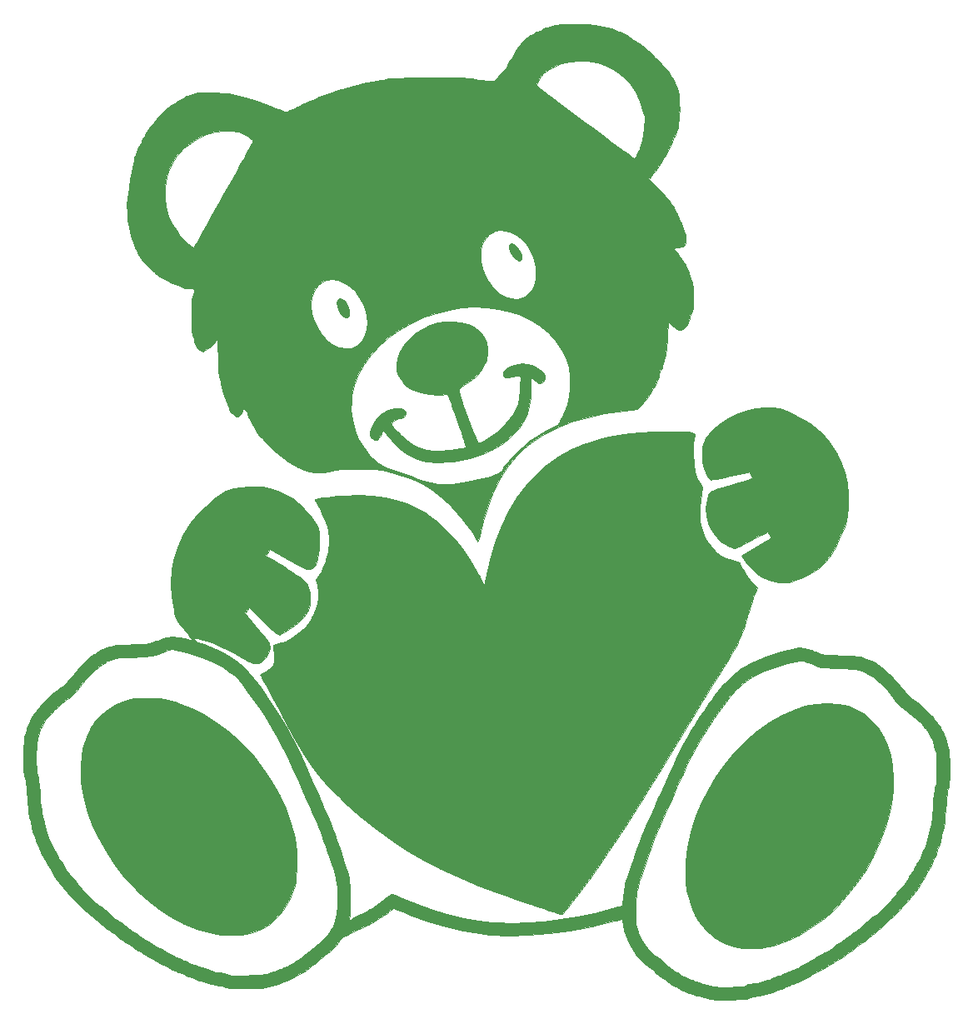
<source format=gbr>
%TF.GenerationSoftware,KiCad,Pcbnew,8.0.1*%
%TF.CreationDate,2024-04-02T10:43:05+02:00*%
%TF.ProjectId,Baerli,42616572-6c69-42e6-9b69-6361645f7063,rev?*%
%TF.SameCoordinates,Original*%
%TF.FileFunction,Legend,Top*%
%TF.FilePolarity,Positive*%
%FSLAX46Y46*%
G04 Gerber Fmt 4.6, Leading zero omitted, Abs format (unit mm)*
G04 Created by KiCad (PCBNEW 8.0.1) date 2024-04-02 10:43:05*
%MOMM*%
%LPD*%
G01*
G04 APERTURE LIST*
%ADD10C,0.010000*%
G04 APERTURE END LIST*
D10*
%TO.C,G\u002A\u002A\u002A*%
X68815826Y-46701961D02*
X69088329Y-46938757D01*
X69341630Y-47316026D01*
X69384514Y-47398800D01*
X69547164Y-47781450D01*
X69597073Y-48060246D01*
X69536872Y-48255281D01*
X69502000Y-48296267D01*
X69333146Y-48389551D01*
X69137558Y-48342991D01*
X68898445Y-48150213D01*
X68779032Y-48021877D01*
X68537759Y-47696425D01*
X68372635Y-47369998D01*
X68288497Y-47070924D01*
X68290186Y-46827532D01*
X68382538Y-46668149D01*
X68539554Y-46619867D01*
X68815826Y-46701961D01*
G36*
X68815826Y-46701961D02*
G01*
X69088329Y-46938757D01*
X69341630Y-47316026D01*
X69384514Y-47398800D01*
X69547164Y-47781450D01*
X69597073Y-48060246D01*
X69536872Y-48255281D01*
X69502000Y-48296267D01*
X69333146Y-48389551D01*
X69137558Y-48342991D01*
X68898445Y-48150213D01*
X68779032Y-48021877D01*
X68537759Y-47696425D01*
X68372635Y-47369998D01*
X68288497Y-47070924D01*
X68290186Y-46827532D01*
X68382538Y-46668149D01*
X68539554Y-46619867D01*
X68815826Y-46701961D01*
G37*
X51357985Y-52285759D02*
X51588963Y-52493464D01*
X51794851Y-52792023D01*
X51956209Y-53142478D01*
X52053597Y-53505870D01*
X52067577Y-53843241D01*
X52026208Y-54021275D01*
X51906317Y-54130716D01*
X51706445Y-54147858D01*
X51485332Y-54077515D01*
X51335614Y-53964700D01*
X51140604Y-53693674D01*
X50967287Y-53345275D01*
X50846879Y-52991929D01*
X50809460Y-52743958D01*
X50834692Y-52436803D01*
X50925257Y-52266506D01*
X51095469Y-52208458D01*
X51121356Y-52207867D01*
X51357985Y-52285759D01*
G36*
X51357985Y-52285759D02*
G01*
X51588963Y-52493464D01*
X51794851Y-52792023D01*
X51956209Y-53142478D01*
X52053597Y-53505870D01*
X52067577Y-53843241D01*
X52026208Y-54021275D01*
X51906317Y-54130716D01*
X51706445Y-54147858D01*
X51485332Y-54077515D01*
X51335614Y-53964700D01*
X51140604Y-53693674D01*
X50967287Y-53345275D01*
X50846879Y-52991929D01*
X50809460Y-52743958D01*
X50834692Y-52436803D01*
X50925257Y-52266506D01*
X51095469Y-52208458D01*
X51121356Y-52207867D01*
X51357985Y-52285759D01*
G37*
X101735431Y-93424106D02*
X102716550Y-93644160D01*
X103615359Y-94001700D01*
X104427590Y-94489261D01*
X105148978Y-95099379D01*
X105775257Y-95824588D01*
X106302160Y-96657424D01*
X106725421Y-97590423D01*
X107040774Y-98616119D01*
X107243953Y-99727047D01*
X107330692Y-100915744D01*
X107296723Y-102174743D01*
X107137782Y-103496581D01*
X106970615Y-104362534D01*
X106553313Y-105913982D01*
X105998017Y-107435455D01*
X105315549Y-108913119D01*
X104516729Y-110333138D01*
X103612376Y-111681677D01*
X102613310Y-112944903D01*
X101530352Y-114108981D01*
X100374321Y-115160075D01*
X99156038Y-116084351D01*
X97886323Y-116867975D01*
X96758232Y-117420250D01*
X96094114Y-117679046D01*
X95394420Y-117903691D01*
X94714400Y-118078701D01*
X94109302Y-118188588D01*
X93954117Y-118206216D01*
X93473281Y-118249981D01*
X93115864Y-118276898D01*
X92836877Y-118287799D01*
X92591330Y-118283515D01*
X92334234Y-118264880D01*
X92093866Y-118240608D01*
X91481762Y-118152904D01*
X90936853Y-118018866D01*
X90391010Y-117817905D01*
X89829882Y-117556436D01*
X89444079Y-117346506D01*
X89107152Y-117117819D01*
X88767226Y-116831142D01*
X88399600Y-116474737D01*
X87898098Y-115932881D01*
X87506707Y-115417803D01*
X87188556Y-114872196D01*
X86906773Y-114238757D01*
X86826217Y-114029442D01*
X86557313Y-113207474D01*
X86372370Y-112382183D01*
X86259868Y-111493622D01*
X86221300Y-110881298D01*
X86240791Y-109442854D01*
X86415906Y-107979777D01*
X86737626Y-106507015D01*
X87196932Y-105039517D01*
X87784807Y-103592232D01*
X88492230Y-102180108D01*
X89310184Y-100818095D01*
X90229651Y-99521139D01*
X91241611Y-98304192D01*
X92337046Y-97182200D01*
X93506938Y-96170114D01*
X94742267Y-95282880D01*
X96034016Y-94535449D01*
X96104267Y-94499828D01*
X97241647Y-93992736D01*
X98348668Y-93636850D01*
X99454464Y-93424836D01*
X100588167Y-93349363D01*
X100676267Y-93349002D01*
X101735431Y-93424106D01*
G36*
X101735431Y-93424106D02*
G01*
X102716550Y-93644160D01*
X103615359Y-94001700D01*
X104427590Y-94489261D01*
X105148978Y-95099379D01*
X105775257Y-95824588D01*
X106302160Y-96657424D01*
X106725421Y-97590423D01*
X107040774Y-98616119D01*
X107243953Y-99727047D01*
X107330692Y-100915744D01*
X107296723Y-102174743D01*
X107137782Y-103496581D01*
X106970615Y-104362534D01*
X106553313Y-105913982D01*
X105998017Y-107435455D01*
X105315549Y-108913119D01*
X104516729Y-110333138D01*
X103612376Y-111681677D01*
X102613310Y-112944903D01*
X101530352Y-114108981D01*
X100374321Y-115160075D01*
X99156038Y-116084351D01*
X97886323Y-116867975D01*
X96758232Y-117420250D01*
X96094114Y-117679046D01*
X95394420Y-117903691D01*
X94714400Y-118078701D01*
X94109302Y-118188588D01*
X93954117Y-118206216D01*
X93473281Y-118249981D01*
X93115864Y-118276898D01*
X92836877Y-118287799D01*
X92591330Y-118283515D01*
X92334234Y-118264880D01*
X92093866Y-118240608D01*
X91481762Y-118152904D01*
X90936853Y-118018866D01*
X90391010Y-117817905D01*
X89829882Y-117556436D01*
X89444079Y-117346506D01*
X89107152Y-117117819D01*
X88767226Y-116831142D01*
X88399600Y-116474737D01*
X87898098Y-115932881D01*
X87506707Y-115417803D01*
X87188556Y-114872196D01*
X86906773Y-114238757D01*
X86826217Y-114029442D01*
X86557313Y-113207474D01*
X86372370Y-112382183D01*
X86259868Y-111493622D01*
X86221300Y-110881298D01*
X86240791Y-109442854D01*
X86415906Y-107979777D01*
X86737626Y-106507015D01*
X87196932Y-105039517D01*
X87784807Y-103592232D01*
X88492230Y-102180108D01*
X89310184Y-100818095D01*
X90229651Y-99521139D01*
X91241611Y-98304192D01*
X92337046Y-97182200D01*
X93506938Y-96170114D01*
X94742267Y-95282880D01*
X96034016Y-94535449D01*
X96104267Y-94499828D01*
X97241647Y-93992736D01*
X98348668Y-93636850D01*
X99454464Y-93424836D01*
X100588167Y-93349363D01*
X100676267Y-93349002D01*
X101735431Y-93424106D01*
G37*
X32138305Y-92819091D02*
X32750832Y-92861846D01*
X33317542Y-92945804D01*
X33899466Y-93080476D01*
X34557633Y-93275375D01*
X34689443Y-93317760D01*
X36052536Y-93845895D01*
X37384452Y-94529273D01*
X38674009Y-95354987D01*
X39910023Y-96310130D01*
X41081313Y-97381796D01*
X42176695Y-98557079D01*
X43184987Y-99823072D01*
X44095005Y-101166870D01*
X44895569Y-102575565D01*
X45575494Y-104036251D01*
X46123598Y-105536022D01*
X46505323Y-106954989D01*
X46571841Y-107278609D01*
X46620721Y-107586844D01*
X46654513Y-107915057D01*
X46675772Y-108298609D01*
X46687048Y-108772861D01*
X46690895Y-109373174D01*
X46690998Y-109527200D01*
X46684106Y-110280834D01*
X46658688Y-110901350D01*
X46607503Y-111424589D01*
X46523308Y-111886391D01*
X46398862Y-112322596D01*
X46226923Y-112769042D01*
X46000249Y-113261571D01*
X45892234Y-113480309D01*
X45360883Y-114364380D01*
X44715299Y-115130203D01*
X43966201Y-115769438D01*
X43124306Y-116273751D01*
X42200329Y-116634805D01*
X41665198Y-116768457D01*
X40965445Y-116873330D01*
X40199477Y-116926291D01*
X39452398Y-116923374D01*
X39030969Y-116891200D01*
X37805980Y-116674562D01*
X36556379Y-116301881D01*
X35297888Y-115781575D01*
X34046229Y-115122061D01*
X32817122Y-114331756D01*
X31626288Y-113419077D01*
X30489450Y-112392441D01*
X30325963Y-112230550D01*
X29201433Y-111011208D01*
X28188609Y-109724182D01*
X27293672Y-108383414D01*
X26522809Y-107002845D01*
X25882202Y-105596416D01*
X25378035Y-104178068D01*
X25016492Y-102761743D01*
X24803756Y-101361381D01*
X24746013Y-99990925D01*
X24755696Y-99672644D01*
X24824651Y-98787527D01*
X24954939Y-98008262D01*
X25160474Y-97278145D01*
X25455165Y-96540470D01*
X25599193Y-96234534D01*
X25817813Y-95805936D01*
X26017972Y-95471380D01*
X26240028Y-95174711D01*
X26524339Y-94859773D01*
X26757539Y-94622760D01*
X27465634Y-94000584D01*
X28213388Y-93519704D01*
X29045305Y-93154010D01*
X29518725Y-93002761D01*
X29835498Y-92920903D01*
X30141175Y-92865168D01*
X30481344Y-92830883D01*
X30901597Y-92813377D01*
X31418934Y-92808027D01*
X32138305Y-92819091D01*
G36*
X32138305Y-92819091D02*
G01*
X32750832Y-92861846D01*
X33317542Y-92945804D01*
X33899466Y-93080476D01*
X34557633Y-93275375D01*
X34689443Y-93317760D01*
X36052536Y-93845895D01*
X37384452Y-94529273D01*
X38674009Y-95354987D01*
X39910023Y-96310130D01*
X41081313Y-97381796D01*
X42176695Y-98557079D01*
X43184987Y-99823072D01*
X44095005Y-101166870D01*
X44895569Y-102575565D01*
X45575494Y-104036251D01*
X46123598Y-105536022D01*
X46505323Y-106954989D01*
X46571841Y-107278609D01*
X46620721Y-107586844D01*
X46654513Y-107915057D01*
X46675772Y-108298609D01*
X46687048Y-108772861D01*
X46690895Y-109373174D01*
X46690998Y-109527200D01*
X46684106Y-110280834D01*
X46658688Y-110901350D01*
X46607503Y-111424589D01*
X46523308Y-111886391D01*
X46398862Y-112322596D01*
X46226923Y-112769042D01*
X46000249Y-113261571D01*
X45892234Y-113480309D01*
X45360883Y-114364380D01*
X44715299Y-115130203D01*
X43966201Y-115769438D01*
X43124306Y-116273751D01*
X42200329Y-116634805D01*
X41665198Y-116768457D01*
X40965445Y-116873330D01*
X40199477Y-116926291D01*
X39452398Y-116923374D01*
X39030969Y-116891200D01*
X37805980Y-116674562D01*
X36556379Y-116301881D01*
X35297888Y-115781575D01*
X34046229Y-115122061D01*
X32817122Y-114331756D01*
X31626288Y-113419077D01*
X30489450Y-112392441D01*
X30325963Y-112230550D01*
X29201433Y-111011208D01*
X28188609Y-109724182D01*
X27293672Y-108383414D01*
X26522809Y-107002845D01*
X25882202Y-105596416D01*
X25378035Y-104178068D01*
X25016492Y-102761743D01*
X24803756Y-101361381D01*
X24746013Y-99990925D01*
X24755696Y-99672644D01*
X24824651Y-98787527D01*
X24954939Y-98008262D01*
X25160474Y-97278145D01*
X25455165Y-96540470D01*
X25599193Y-96234534D01*
X25817813Y-95805936D01*
X26017972Y-95471380D01*
X26240028Y-95174711D01*
X26524339Y-94859773D01*
X26757539Y-94622760D01*
X27465634Y-94000584D01*
X28213388Y-93519704D01*
X29045305Y-93154010D01*
X29518725Y-93002761D01*
X29835498Y-92920903D01*
X30141175Y-92865168D01*
X30481344Y-92830883D01*
X30901597Y-92813377D01*
X31418934Y-92808027D01*
X32138305Y-92819091D01*
G37*
X95138573Y-63311386D02*
X95697933Y-63395013D01*
X96035851Y-63496205D01*
X96479718Y-63671136D01*
X96993259Y-63901643D01*
X97540197Y-64169565D01*
X98084257Y-64456739D01*
X98589163Y-64745003D01*
X99018641Y-65016194D01*
X99216394Y-65156629D01*
X100126897Y-65943859D01*
X100906649Y-66835765D01*
X101557330Y-67834975D01*
X102080622Y-68944118D01*
X102478206Y-70165822D01*
X102516787Y-70317047D01*
X102606221Y-70700068D01*
X102668723Y-71038468D01*
X102709066Y-71379499D01*
X102732023Y-71770415D01*
X102742365Y-72258468D01*
X102744356Y-72570200D01*
X102728801Y-73417565D01*
X102670300Y-74142553D01*
X102560523Y-74788544D01*
X102391141Y-75398919D01*
X102153823Y-76017059D01*
X102029055Y-76295534D01*
X101865716Y-76650129D01*
X101678235Y-77061191D01*
X101532675Y-77383190D01*
X101064092Y-78238752D01*
X100473451Y-78987197D01*
X99755789Y-79632649D01*
X98906139Y-80179233D01*
X97919537Y-80631075D01*
X97404691Y-80812667D01*
X96963861Y-80952599D01*
X96640355Y-81044566D01*
X96391213Y-81095219D01*
X96173476Y-81111208D01*
X95944182Y-81099185D01*
X95720232Y-81073446D01*
X94997878Y-80921049D01*
X94298143Y-80661093D01*
X93810237Y-80396714D01*
X93544384Y-80195299D01*
X93219429Y-79904231D01*
X92873923Y-79563105D01*
X92546417Y-79211521D01*
X92275462Y-78889075D01*
X92105475Y-78645680D01*
X91959017Y-78391857D01*
X93438975Y-77476203D01*
X93883807Y-77198311D01*
X94275130Y-76948732D01*
X94591560Y-76741528D01*
X94811711Y-76590764D01*
X94914198Y-76510501D01*
X94918934Y-76502960D01*
X94872362Y-76403407D01*
X94757874Y-76233314D01*
X94733846Y-76201118D01*
X94607263Y-76033377D01*
X94534531Y-75935685D01*
X94530267Y-75929677D01*
X94453917Y-75959989D01*
X94250913Y-76060139D01*
X93943194Y-76218768D01*
X93552701Y-76424512D01*
X93101372Y-76666010D01*
X92936239Y-76755177D01*
X92459000Y-77009580D01*
X92024800Y-77233725D01*
X91658091Y-77415578D01*
X91383326Y-77543101D01*
X91224959Y-77604260D01*
X91203859Y-77607867D01*
X91056094Y-77571375D01*
X90807662Y-77474815D01*
X90507441Y-77337560D01*
X90448766Y-77308574D01*
X89816354Y-76900869D01*
X89281514Y-76371477D01*
X88853998Y-75743492D01*
X88543559Y-75040007D01*
X88359951Y-74284118D01*
X88312927Y-73498919D01*
X88412240Y-72707502D01*
X88446240Y-72566822D01*
X88508343Y-72328254D01*
X88568810Y-72138215D01*
X88646944Y-71985578D01*
X88762050Y-71859214D01*
X88933433Y-71747996D01*
X89180398Y-71640795D01*
X89522247Y-71526483D01*
X89978287Y-71393932D01*
X90567821Y-71232014D01*
X90935153Y-71132078D01*
X91591463Y-70951722D01*
X92100289Y-70807590D01*
X92478209Y-70693975D01*
X92741797Y-70605173D01*
X92907630Y-70535477D01*
X92992286Y-70479181D01*
X93012339Y-70430580D01*
X93008916Y-70418253D01*
X92939532Y-70239222D01*
X92870140Y-70051795D01*
X92776568Y-69885962D01*
X92641021Y-69855203D01*
X92603634Y-69862492D01*
X92397795Y-69908923D01*
X92077264Y-69978553D01*
X91670664Y-70065414D01*
X91206614Y-70163538D01*
X90713737Y-70266957D01*
X90220653Y-70369702D01*
X89755983Y-70465806D01*
X89348349Y-70549300D01*
X89026372Y-70614217D01*
X88818673Y-70654587D01*
X88754137Y-70665200D01*
X88667392Y-70592085D01*
X88540482Y-70397755D01*
X88392201Y-70119733D01*
X88241342Y-69795544D01*
X88106697Y-69462710D01*
X88016547Y-69192467D01*
X87931976Y-68798269D01*
X87899143Y-68351735D01*
X87906398Y-67917726D01*
X87960937Y-67351893D01*
X88083441Y-66869749D01*
X88293777Y-66430022D01*
X88611812Y-65991440D01*
X89057413Y-65512730D01*
X89070177Y-65500072D01*
X89764962Y-64910454D01*
X90567646Y-64397105D01*
X91447917Y-63969654D01*
X92375458Y-63637728D01*
X93319958Y-63410956D01*
X94251101Y-63298966D01*
X95138573Y-63311386D01*
G36*
X95138573Y-63311386D02*
G01*
X95697933Y-63395013D01*
X96035851Y-63496205D01*
X96479718Y-63671136D01*
X96993259Y-63901643D01*
X97540197Y-64169565D01*
X98084257Y-64456739D01*
X98589163Y-64745003D01*
X99018641Y-65016194D01*
X99216394Y-65156629D01*
X100126897Y-65943859D01*
X100906649Y-66835765D01*
X101557330Y-67834975D01*
X102080622Y-68944118D01*
X102478206Y-70165822D01*
X102516787Y-70317047D01*
X102606221Y-70700068D01*
X102668723Y-71038468D01*
X102709066Y-71379499D01*
X102732023Y-71770415D01*
X102742365Y-72258468D01*
X102744356Y-72570200D01*
X102728801Y-73417565D01*
X102670300Y-74142553D01*
X102560523Y-74788544D01*
X102391141Y-75398919D01*
X102153823Y-76017059D01*
X102029055Y-76295534D01*
X101865716Y-76650129D01*
X101678235Y-77061191D01*
X101532675Y-77383190D01*
X101064092Y-78238752D01*
X100473451Y-78987197D01*
X99755789Y-79632649D01*
X98906139Y-80179233D01*
X97919537Y-80631075D01*
X97404691Y-80812667D01*
X96963861Y-80952599D01*
X96640355Y-81044566D01*
X96391213Y-81095219D01*
X96173476Y-81111208D01*
X95944182Y-81099185D01*
X95720232Y-81073446D01*
X94997878Y-80921049D01*
X94298143Y-80661093D01*
X93810237Y-80396714D01*
X93544384Y-80195299D01*
X93219429Y-79904231D01*
X92873923Y-79563105D01*
X92546417Y-79211521D01*
X92275462Y-78889075D01*
X92105475Y-78645680D01*
X91959017Y-78391857D01*
X93438975Y-77476203D01*
X93883807Y-77198311D01*
X94275130Y-76948732D01*
X94591560Y-76741528D01*
X94811711Y-76590764D01*
X94914198Y-76510501D01*
X94918934Y-76502960D01*
X94872362Y-76403407D01*
X94757874Y-76233314D01*
X94733846Y-76201118D01*
X94607263Y-76033377D01*
X94534531Y-75935685D01*
X94530267Y-75929677D01*
X94453917Y-75959989D01*
X94250913Y-76060139D01*
X93943194Y-76218768D01*
X93552701Y-76424512D01*
X93101372Y-76666010D01*
X92936239Y-76755177D01*
X92459000Y-77009580D01*
X92024800Y-77233725D01*
X91658091Y-77415578D01*
X91383326Y-77543101D01*
X91224959Y-77604260D01*
X91203859Y-77607867D01*
X91056094Y-77571375D01*
X90807662Y-77474815D01*
X90507441Y-77337560D01*
X90448766Y-77308574D01*
X89816354Y-76900869D01*
X89281514Y-76371477D01*
X88853998Y-75743492D01*
X88543559Y-75040007D01*
X88359951Y-74284118D01*
X88312927Y-73498919D01*
X88412240Y-72707502D01*
X88446240Y-72566822D01*
X88508343Y-72328254D01*
X88568810Y-72138215D01*
X88646944Y-71985578D01*
X88762050Y-71859214D01*
X88933433Y-71747996D01*
X89180398Y-71640795D01*
X89522247Y-71526483D01*
X89978287Y-71393932D01*
X90567821Y-71232014D01*
X90935153Y-71132078D01*
X91591463Y-70951722D01*
X92100289Y-70807590D01*
X92478209Y-70693975D01*
X92741797Y-70605173D01*
X92907630Y-70535477D01*
X92992286Y-70479181D01*
X93012339Y-70430580D01*
X93008916Y-70418253D01*
X92939532Y-70239222D01*
X92870140Y-70051795D01*
X92776568Y-69885962D01*
X92641021Y-69855203D01*
X92603634Y-69862492D01*
X92397795Y-69908923D01*
X92077264Y-69978553D01*
X91670664Y-70065414D01*
X91206614Y-70163538D01*
X90713737Y-70266957D01*
X90220653Y-70369702D01*
X89755983Y-70465806D01*
X89348349Y-70549300D01*
X89026372Y-70614217D01*
X88818673Y-70654587D01*
X88754137Y-70665200D01*
X88667392Y-70592085D01*
X88540482Y-70397755D01*
X88392201Y-70119733D01*
X88241342Y-69795544D01*
X88106697Y-69462710D01*
X88016547Y-69192467D01*
X87931976Y-68798269D01*
X87899143Y-68351735D01*
X87906398Y-67917726D01*
X87960937Y-67351893D01*
X88083441Y-66869749D01*
X88293777Y-66430022D01*
X88611812Y-65991440D01*
X89057413Y-65512730D01*
X89070177Y-65500072D01*
X89764962Y-64910454D01*
X90567646Y-64397105D01*
X91447917Y-63969654D01*
X92375458Y-63637728D01*
X93319958Y-63410956D01*
X94251101Y-63298966D01*
X95138573Y-63311386D01*
G37*
X63427298Y-54626584D02*
X64152613Y-54839333D01*
X64791876Y-55167386D01*
X65328008Y-55603323D01*
X65743935Y-56139724D01*
X65855367Y-56344553D01*
X65977394Y-56619356D01*
X66048539Y-56869368D01*
X66081525Y-57159771D01*
X66089100Y-57541867D01*
X66081598Y-57917884D01*
X66049246Y-58200619D01*
X65975728Y-58461236D01*
X65844725Y-58770903D01*
X65771626Y-58926432D01*
X65388771Y-59562088D01*
X64872533Y-60166520D01*
X64258753Y-60702365D01*
X63736644Y-61047928D01*
X63449020Y-61217413D01*
X63282037Y-61336210D01*
X63208198Y-61435656D01*
X63200004Y-61547091D01*
X63216772Y-61640409D01*
X63313916Y-62019629D01*
X63467817Y-62522586D01*
X63667091Y-63117997D01*
X63900352Y-63774581D01*
X64156218Y-64461056D01*
X64423303Y-65146141D01*
X64690223Y-65798554D01*
X64938255Y-66370690D01*
X65195936Y-66944512D01*
X65773862Y-66653473D01*
X66269573Y-66375667D01*
X66748032Y-66043915D01*
X67242502Y-65632031D01*
X67786250Y-65113828D01*
X67982402Y-64914787D01*
X68415740Y-64433494D01*
X68752106Y-63966297D01*
X69004333Y-63479801D01*
X69185250Y-62940615D01*
X69307688Y-62315343D01*
X69384480Y-61570594D01*
X69406498Y-61208486D01*
X69459549Y-60176105D01*
X69233506Y-60119372D01*
X69009780Y-60104724D01*
X68724539Y-60136890D01*
X68633039Y-60156919D01*
X68247852Y-60236629D01*
X67986817Y-60242780D01*
X67819703Y-60171386D01*
X67724413Y-60037087D01*
X67696169Y-59796635D01*
X67811740Y-59559779D01*
X68045805Y-59338254D01*
X68373044Y-59143801D01*
X68768135Y-58988155D01*
X69205756Y-58883056D01*
X69660586Y-58840241D01*
X70107304Y-58871447D01*
X70200790Y-58889157D01*
X70847337Y-59087703D01*
X71366484Y-59383597D01*
X71672551Y-59663725D01*
X71904018Y-59994196D01*
X71970048Y-60291079D01*
X71870824Y-60556070D01*
X71778310Y-60659775D01*
X71522475Y-60818502D01*
X71276908Y-60810595D01*
X71077422Y-60665865D01*
X70871830Y-60485623D01*
X70704467Y-60378304D01*
X70492600Y-60268743D01*
X70491439Y-61339472D01*
X70455241Y-62306580D01*
X70343522Y-63146055D01*
X70148208Y-63885584D01*
X69861225Y-64552856D01*
X69474500Y-65175557D01*
X69308965Y-65394583D01*
X68574474Y-66190144D01*
X67700430Y-66900164D01*
X66696469Y-67519205D01*
X65572228Y-68041828D01*
X64337341Y-68462596D01*
X63494905Y-68675590D01*
X63057886Y-68748606D01*
X62517112Y-68803313D01*
X61918161Y-68838580D01*
X61306608Y-68853273D01*
X60728029Y-68846259D01*
X60228001Y-68816405D01*
X59866934Y-68765791D01*
X59013024Y-68530531D01*
X58245657Y-68196863D01*
X57537503Y-67747439D01*
X56861231Y-67164914D01*
X56189509Y-66431943D01*
X56189445Y-66431867D01*
X55940264Y-66137223D01*
X55726852Y-65892788D01*
X55574548Y-65727098D01*
X55512781Y-65669867D01*
X55443558Y-65715963D01*
X55355915Y-65881175D01*
X55314961Y-65990784D01*
X55193273Y-66247886D01*
X55035931Y-66450034D01*
X54985155Y-66490795D01*
X54831323Y-66574240D01*
X54695611Y-66575373D01*
X54496449Y-66494033D01*
X54487573Y-66489808D01*
X54253346Y-66317406D01*
X54143517Y-66075358D01*
X54158431Y-65752500D01*
X54298433Y-65337668D01*
X54537819Y-64865534D01*
X54950410Y-64288387D01*
X55455372Y-63850328D01*
X56044688Y-63556589D01*
X56710341Y-63412405D01*
X56771418Y-63407119D01*
X57237117Y-63405589D01*
X57561231Y-63485666D01*
X57752129Y-63650295D01*
X57801347Y-63769575D01*
X57789432Y-64011579D01*
X57619394Y-64212971D01*
X57288041Y-64376698D01*
X57072934Y-64442200D01*
X56681126Y-64582909D01*
X56431622Y-64756598D01*
X56335089Y-64954176D01*
X56347870Y-65060195D01*
X56427124Y-65180349D01*
X56605894Y-65388713D01*
X56859546Y-65658336D01*
X57163449Y-65962271D01*
X57240232Y-66036469D01*
X57907219Y-66625025D01*
X58545956Y-67069822D01*
X59191292Y-67384238D01*
X59878071Y-67581653D01*
X60641141Y-67675446D01*
X61515349Y-67678998D01*
X61517934Y-67678896D01*
X61940029Y-67652461D01*
X62396118Y-67607905D01*
X62850150Y-67550619D01*
X63266075Y-67485993D01*
X63607844Y-67419419D01*
X63839404Y-67356289D01*
X63912334Y-67320825D01*
X63897683Y-67234991D01*
X63833876Y-67014465D01*
X63729339Y-66683797D01*
X63592497Y-66267537D01*
X63431775Y-65790237D01*
X63255600Y-65276445D01*
X63072397Y-64750713D01*
X62890591Y-64237591D01*
X62718608Y-63761628D01*
X62564873Y-63347376D01*
X62437813Y-63019385D01*
X62426204Y-62990559D01*
X62020049Y-61986867D01*
X61176325Y-62015065D01*
X60199438Y-61981976D01*
X59317017Y-61815175D01*
X58554600Y-61525424D01*
X58035695Y-61232710D01*
X57644975Y-60918626D01*
X57342122Y-60545066D01*
X57142324Y-60190669D01*
X56988800Y-59852109D01*
X56906009Y-59574746D01*
X56874873Y-59276225D01*
X56873327Y-59029516D01*
X56965072Y-58298763D01*
X57211152Y-57595922D01*
X57597228Y-56933988D01*
X58108958Y-56325958D01*
X58732003Y-55784826D01*
X59452024Y-55323589D01*
X60254679Y-54955241D01*
X61125630Y-54692780D01*
X61786820Y-54576684D01*
X62633009Y-54536561D01*
X63427298Y-54626584D01*
G36*
X63427298Y-54626584D02*
G01*
X64152613Y-54839333D01*
X64791876Y-55167386D01*
X65328008Y-55603323D01*
X65743935Y-56139724D01*
X65855367Y-56344553D01*
X65977394Y-56619356D01*
X66048539Y-56869368D01*
X66081525Y-57159771D01*
X66089100Y-57541867D01*
X66081598Y-57917884D01*
X66049246Y-58200619D01*
X65975728Y-58461236D01*
X65844725Y-58770903D01*
X65771626Y-58926432D01*
X65388771Y-59562088D01*
X64872533Y-60166520D01*
X64258753Y-60702365D01*
X63736644Y-61047928D01*
X63449020Y-61217413D01*
X63282037Y-61336210D01*
X63208198Y-61435656D01*
X63200004Y-61547091D01*
X63216772Y-61640409D01*
X63313916Y-62019629D01*
X63467817Y-62522586D01*
X63667091Y-63117997D01*
X63900352Y-63774581D01*
X64156218Y-64461056D01*
X64423303Y-65146141D01*
X64690223Y-65798554D01*
X64938255Y-66370690D01*
X65195936Y-66944512D01*
X65773862Y-66653473D01*
X66269573Y-66375667D01*
X66748032Y-66043915D01*
X67242502Y-65632031D01*
X67786250Y-65113828D01*
X67982402Y-64914787D01*
X68415740Y-64433494D01*
X68752106Y-63966297D01*
X69004333Y-63479801D01*
X69185250Y-62940615D01*
X69307688Y-62315343D01*
X69384480Y-61570594D01*
X69406498Y-61208486D01*
X69459549Y-60176105D01*
X69233506Y-60119372D01*
X69009780Y-60104724D01*
X68724539Y-60136890D01*
X68633039Y-60156919D01*
X68247852Y-60236629D01*
X67986817Y-60242780D01*
X67819703Y-60171386D01*
X67724413Y-60037087D01*
X67696169Y-59796635D01*
X67811740Y-59559779D01*
X68045805Y-59338254D01*
X68373044Y-59143801D01*
X68768135Y-58988155D01*
X69205756Y-58883056D01*
X69660586Y-58840241D01*
X70107304Y-58871447D01*
X70200790Y-58889157D01*
X70847337Y-59087703D01*
X71366484Y-59383597D01*
X71672551Y-59663725D01*
X71904018Y-59994196D01*
X71970048Y-60291079D01*
X71870824Y-60556070D01*
X71778310Y-60659775D01*
X71522475Y-60818502D01*
X71276908Y-60810595D01*
X71077422Y-60665865D01*
X70871830Y-60485623D01*
X70704467Y-60378304D01*
X70492600Y-60268743D01*
X70491439Y-61339472D01*
X70455241Y-62306580D01*
X70343522Y-63146055D01*
X70148208Y-63885584D01*
X69861225Y-64552856D01*
X69474500Y-65175557D01*
X69308965Y-65394583D01*
X68574474Y-66190144D01*
X67700430Y-66900164D01*
X66696469Y-67519205D01*
X65572228Y-68041828D01*
X64337341Y-68462596D01*
X63494905Y-68675590D01*
X63057886Y-68748606D01*
X62517112Y-68803313D01*
X61918161Y-68838580D01*
X61306608Y-68853273D01*
X60728029Y-68846259D01*
X60228001Y-68816405D01*
X59866934Y-68765791D01*
X59013024Y-68530531D01*
X58245657Y-68196863D01*
X57537503Y-67747439D01*
X56861231Y-67164914D01*
X56189509Y-66431943D01*
X56189445Y-66431867D01*
X55940264Y-66137223D01*
X55726852Y-65892788D01*
X55574548Y-65727098D01*
X55512781Y-65669867D01*
X55443558Y-65715963D01*
X55355915Y-65881175D01*
X55314961Y-65990784D01*
X55193273Y-66247886D01*
X55035931Y-66450034D01*
X54985155Y-66490795D01*
X54831323Y-66574240D01*
X54695611Y-66575373D01*
X54496449Y-66494033D01*
X54487573Y-66489808D01*
X54253346Y-66317406D01*
X54143517Y-66075358D01*
X54158431Y-65752500D01*
X54298433Y-65337668D01*
X54537819Y-64865534D01*
X54950410Y-64288387D01*
X55455372Y-63850328D01*
X56044688Y-63556589D01*
X56710341Y-63412405D01*
X56771418Y-63407119D01*
X57237117Y-63405589D01*
X57561231Y-63485666D01*
X57752129Y-63650295D01*
X57801347Y-63769575D01*
X57789432Y-64011579D01*
X57619394Y-64212971D01*
X57288041Y-64376698D01*
X57072934Y-64442200D01*
X56681126Y-64582909D01*
X56431622Y-64756598D01*
X56335089Y-64954176D01*
X56347870Y-65060195D01*
X56427124Y-65180349D01*
X56605894Y-65388713D01*
X56859546Y-65658336D01*
X57163449Y-65962271D01*
X57240232Y-66036469D01*
X57907219Y-66625025D01*
X58545956Y-67069822D01*
X59191292Y-67384238D01*
X59878071Y-67581653D01*
X60641141Y-67675446D01*
X61515349Y-67678998D01*
X61517934Y-67678896D01*
X61940029Y-67652461D01*
X62396118Y-67607905D01*
X62850150Y-67550619D01*
X63266075Y-67485993D01*
X63607844Y-67419419D01*
X63839404Y-67356289D01*
X63912334Y-67320825D01*
X63897683Y-67234991D01*
X63833876Y-67014465D01*
X63729339Y-66683797D01*
X63592497Y-66267537D01*
X63431775Y-65790237D01*
X63255600Y-65276445D01*
X63072397Y-64750713D01*
X62890591Y-64237591D01*
X62718608Y-63761628D01*
X62564873Y-63347376D01*
X62437813Y-63019385D01*
X62426204Y-62990559D01*
X62020049Y-61986867D01*
X61176325Y-62015065D01*
X60199438Y-61981976D01*
X59317017Y-61815175D01*
X58554600Y-61525424D01*
X58035695Y-61232710D01*
X57644975Y-60918626D01*
X57342122Y-60545066D01*
X57142324Y-60190669D01*
X56988800Y-59852109D01*
X56906009Y-59574746D01*
X56874873Y-59276225D01*
X56873327Y-59029516D01*
X56965072Y-58298763D01*
X57211152Y-57595922D01*
X57597228Y-56933988D01*
X58108958Y-56325958D01*
X58732003Y-55784826D01*
X59452024Y-55323589D01*
X60254679Y-54955241D01*
X61125630Y-54692780D01*
X61786820Y-54576684D01*
X62633009Y-54536561D01*
X63427298Y-54626584D01*
G37*
X85528778Y-65721586D02*
X85945356Y-65727410D01*
X86255975Y-65738985D01*
X86481756Y-65757480D01*
X86643819Y-65784063D01*
X86763283Y-65819904D01*
X86858173Y-65864475D01*
X87137079Y-66016750D01*
X87069840Y-66541808D01*
X87042899Y-66845276D01*
X87022248Y-67258456D01*
X87010259Y-67721776D01*
X87008466Y-68082867D01*
X87060958Y-69002626D01*
X87212644Y-69816405D01*
X87471899Y-70561145D01*
X87656810Y-70942426D01*
X87920556Y-71437263D01*
X87769385Y-72703820D01*
X87688793Y-73541951D01*
X87667513Y-74256379D01*
X87709692Y-74883494D01*
X87819475Y-75459688D01*
X88001009Y-76021354D01*
X88199958Y-76483142D01*
X88512996Y-77022822D01*
X88928496Y-77562128D01*
X89396008Y-78041169D01*
X89752571Y-78326358D01*
X89989399Y-78456604D01*
X90332529Y-78603705D01*
X90723886Y-78743830D01*
X90907961Y-78800499D01*
X91251167Y-78902035D01*
X91525898Y-78987265D01*
X91696586Y-79044925D01*
X91734932Y-79062347D01*
X91777094Y-79145636D01*
X91875048Y-79344860D01*
X92010881Y-79623504D01*
X92073575Y-79752665D01*
X92517294Y-80485614D01*
X92944678Y-80998412D01*
X93494289Y-81581028D01*
X93241497Y-82240281D01*
X93127283Y-82558258D01*
X92982393Y-82991489D01*
X92822249Y-83492287D01*
X92662273Y-84012968D01*
X92594484Y-84240931D01*
X92349660Y-85058282D01*
X92129862Y-85746572D01*
X91919219Y-86341060D01*
X91701857Y-86877003D01*
X91461903Y-87389662D01*
X91183484Y-87914294D01*
X90850726Y-88486158D01*
X90447757Y-89140513D01*
X90241138Y-89468352D01*
X89851374Y-90086594D01*
X89428170Y-90763178D01*
X88964926Y-91508842D01*
X88455041Y-92334327D01*
X87891915Y-93250370D01*
X87268949Y-94267710D01*
X86579541Y-95397087D01*
X85817092Y-96649240D01*
X84975002Y-98034906D01*
X84885771Y-98181867D01*
X84135203Y-99416742D01*
X83461551Y-100521810D01*
X82855011Y-101512710D01*
X82305781Y-102405078D01*
X81804059Y-103214551D01*
X81340042Y-103956766D01*
X80903927Y-104647361D01*
X80485912Y-105301972D01*
X80076194Y-105936237D01*
X79664971Y-106565794D01*
X79242440Y-107206278D01*
X78994357Y-107579867D01*
X78400149Y-108464178D01*
X77804787Y-109333842D01*
X77216650Y-110177682D01*
X76644116Y-110984522D01*
X76095562Y-111743184D01*
X75579365Y-112442491D01*
X75103903Y-113071268D01*
X74677554Y-113618338D01*
X74308694Y-114072522D01*
X74005702Y-114422646D01*
X73776955Y-114657531D01*
X73630830Y-114766002D01*
X73603362Y-114772205D01*
X73491837Y-114745196D01*
X73238537Y-114670167D01*
X72862183Y-114553088D01*
X72381497Y-114399928D01*
X71815200Y-114216656D01*
X71182014Y-114009240D01*
X70500659Y-113783651D01*
X70450267Y-113766874D01*
X69163279Y-113334561D01*
X68016933Y-112940801D01*
X66989250Y-112576939D01*
X66058252Y-112234319D01*
X65201963Y-111904285D01*
X64398403Y-111578181D01*
X63625596Y-111247351D01*
X62861563Y-110903138D01*
X62084326Y-110536887D01*
X61390934Y-110198845D01*
X59556360Y-109241867D01*
X57828658Y-108231767D01*
X56177898Y-107147507D01*
X54574148Y-105968046D01*
X52987480Y-104672345D01*
X51387962Y-103239364D01*
X51083800Y-102953317D01*
X50469598Y-102358324D01*
X49906930Y-101781919D01*
X49384286Y-101207497D01*
X48890156Y-100618450D01*
X48413028Y-99998175D01*
X47941393Y-99330065D01*
X47463740Y-98597515D01*
X46968559Y-97783920D01*
X46444340Y-96872674D01*
X45879573Y-95847171D01*
X45262746Y-94690806D01*
X44971058Y-94134688D01*
X44657724Y-93537544D01*
X44346812Y-92950074D01*
X44053516Y-92400614D01*
X43793030Y-91917499D01*
X43580550Y-91529067D01*
X43435234Y-91270510D01*
X43257460Y-90954995D01*
X43117434Y-90691841D01*
X43033732Y-90516778D01*
X43018267Y-90468427D01*
X43088353Y-90383089D01*
X43236339Y-90305431D01*
X43577794Y-90133214D01*
X43910483Y-89894779D01*
X44180905Y-89633327D01*
X44319142Y-89431054D01*
X44413091Y-89107959D01*
X44452806Y-88691783D01*
X44436570Y-88250431D01*
X44362666Y-87851805D01*
X44359368Y-87840644D01*
X44308173Y-87623804D01*
X44300512Y-87483553D01*
X44308424Y-87465488D01*
X44409780Y-87423079D01*
X44627421Y-87359206D01*
X44884759Y-87294782D01*
X45607079Y-87058656D01*
X46295053Y-86689746D01*
X46971574Y-86174380D01*
X47345890Y-85824719D01*
X47702428Y-85457703D01*
X47965191Y-85148784D01*
X48171041Y-84848319D01*
X48356840Y-84506667D01*
X48417763Y-84381200D01*
X48744453Y-83560594D01*
X48917380Y-82784465D01*
X48939197Y-82032420D01*
X48817837Y-81304152D01*
X48690740Y-80816194D01*
X49030565Y-80315779D01*
X49240842Y-79955910D01*
X49435329Y-79509630D01*
X49629360Y-78940539D01*
X49679502Y-78775115D01*
X49814713Y-78302987D01*
X49904129Y-77932396D01*
X49956980Y-77604738D01*
X49982495Y-77261406D01*
X49989903Y-76843795D01*
X49989992Y-76803534D01*
X49985636Y-76363322D01*
X49963897Y-76027844D01*
X49914059Y-75732632D01*
X49825400Y-75413216D01*
X49694367Y-75025534D01*
X49511318Y-74555603D01*
X49281107Y-74037635D01*
X49044186Y-73560888D01*
X48965702Y-73417702D01*
X48789461Y-73100112D01*
X48653488Y-72841931D01*
X48574139Y-72675052D01*
X48561372Y-72629206D01*
X48680869Y-72584863D01*
X48942596Y-72532922D01*
X49319802Y-72476629D01*
X49785731Y-72419229D01*
X50313629Y-72363966D01*
X50876743Y-72314085D01*
X51448318Y-72272832D01*
X51552166Y-72266446D01*
X53037109Y-72220326D01*
X54397068Y-72270057D01*
X55649265Y-72419560D01*
X56810922Y-72672756D01*
X57899261Y-73033564D01*
X58931503Y-73505905D01*
X59924871Y-74093699D01*
X60101852Y-74212733D01*
X61042272Y-74936439D01*
X61971050Y-75804225D01*
X62867335Y-76791090D01*
X63710274Y-77872031D01*
X64479015Y-79022045D01*
X65152706Y-80216132D01*
X65220774Y-80350414D01*
X65766241Y-81438946D01*
X65912419Y-80687573D01*
X66346218Y-78768151D01*
X66874305Y-76988450D01*
X67498115Y-75346587D01*
X68219085Y-73840677D01*
X69038648Y-72468838D01*
X69958240Y-71229185D01*
X70979297Y-70119834D01*
X72103253Y-69138902D01*
X73331543Y-68284505D01*
X74665602Y-67554760D01*
X76106867Y-66947781D01*
X76479962Y-66816402D01*
X77470258Y-66506997D01*
X78458159Y-66255213D01*
X79471892Y-66057097D01*
X80539678Y-65908697D01*
X81689743Y-65806064D01*
X82950311Y-65745244D01*
X84293267Y-65722516D01*
X84985121Y-65720345D01*
X85528778Y-65721586D01*
G36*
X85528778Y-65721586D02*
G01*
X85945356Y-65727410D01*
X86255975Y-65738985D01*
X86481756Y-65757480D01*
X86643819Y-65784063D01*
X86763283Y-65819904D01*
X86858173Y-65864475D01*
X87137079Y-66016750D01*
X87069840Y-66541808D01*
X87042899Y-66845276D01*
X87022248Y-67258456D01*
X87010259Y-67721776D01*
X87008466Y-68082867D01*
X87060958Y-69002626D01*
X87212644Y-69816405D01*
X87471899Y-70561145D01*
X87656810Y-70942426D01*
X87920556Y-71437263D01*
X87769385Y-72703820D01*
X87688793Y-73541951D01*
X87667513Y-74256379D01*
X87709692Y-74883494D01*
X87819475Y-75459688D01*
X88001009Y-76021354D01*
X88199958Y-76483142D01*
X88512996Y-77022822D01*
X88928496Y-77562128D01*
X89396008Y-78041169D01*
X89752571Y-78326358D01*
X89989399Y-78456604D01*
X90332529Y-78603705D01*
X90723886Y-78743830D01*
X90907961Y-78800499D01*
X91251167Y-78902035D01*
X91525898Y-78987265D01*
X91696586Y-79044925D01*
X91734932Y-79062347D01*
X91777094Y-79145636D01*
X91875048Y-79344860D01*
X92010881Y-79623504D01*
X92073575Y-79752665D01*
X92517294Y-80485614D01*
X92944678Y-80998412D01*
X93494289Y-81581028D01*
X93241497Y-82240281D01*
X93127283Y-82558258D01*
X92982393Y-82991489D01*
X92822249Y-83492287D01*
X92662273Y-84012968D01*
X92594484Y-84240931D01*
X92349660Y-85058282D01*
X92129862Y-85746572D01*
X91919219Y-86341060D01*
X91701857Y-86877003D01*
X91461903Y-87389662D01*
X91183484Y-87914294D01*
X90850726Y-88486158D01*
X90447757Y-89140513D01*
X90241138Y-89468352D01*
X89851374Y-90086594D01*
X89428170Y-90763178D01*
X88964926Y-91508842D01*
X88455041Y-92334327D01*
X87891915Y-93250370D01*
X87268949Y-94267710D01*
X86579541Y-95397087D01*
X85817092Y-96649240D01*
X84975002Y-98034906D01*
X84885771Y-98181867D01*
X84135203Y-99416742D01*
X83461551Y-100521810D01*
X82855011Y-101512710D01*
X82305781Y-102405078D01*
X81804059Y-103214551D01*
X81340042Y-103956766D01*
X80903927Y-104647361D01*
X80485912Y-105301972D01*
X80076194Y-105936237D01*
X79664971Y-106565794D01*
X79242440Y-107206278D01*
X78994357Y-107579867D01*
X78400149Y-108464178D01*
X77804787Y-109333842D01*
X77216650Y-110177682D01*
X76644116Y-110984522D01*
X76095562Y-111743184D01*
X75579365Y-112442491D01*
X75103903Y-113071268D01*
X74677554Y-113618338D01*
X74308694Y-114072522D01*
X74005702Y-114422646D01*
X73776955Y-114657531D01*
X73630830Y-114766002D01*
X73603362Y-114772205D01*
X73491837Y-114745196D01*
X73238537Y-114670167D01*
X72862183Y-114553088D01*
X72381497Y-114399928D01*
X71815200Y-114216656D01*
X71182014Y-114009240D01*
X70500659Y-113783651D01*
X70450267Y-113766874D01*
X69163279Y-113334561D01*
X68016933Y-112940801D01*
X66989250Y-112576939D01*
X66058252Y-112234319D01*
X65201963Y-111904285D01*
X64398403Y-111578181D01*
X63625596Y-111247351D01*
X62861563Y-110903138D01*
X62084326Y-110536887D01*
X61390934Y-110198845D01*
X59556360Y-109241867D01*
X57828658Y-108231767D01*
X56177898Y-107147507D01*
X54574148Y-105968046D01*
X52987480Y-104672345D01*
X51387962Y-103239364D01*
X51083800Y-102953317D01*
X50469598Y-102358324D01*
X49906930Y-101781919D01*
X49384286Y-101207497D01*
X48890156Y-100618450D01*
X48413028Y-99998175D01*
X47941393Y-99330065D01*
X47463740Y-98597515D01*
X46968559Y-97783920D01*
X46444340Y-96872674D01*
X45879573Y-95847171D01*
X45262746Y-94690806D01*
X44971058Y-94134688D01*
X44657724Y-93537544D01*
X44346812Y-92950074D01*
X44053516Y-92400614D01*
X43793030Y-91917499D01*
X43580550Y-91529067D01*
X43435234Y-91270510D01*
X43257460Y-90954995D01*
X43117434Y-90691841D01*
X43033732Y-90516778D01*
X43018267Y-90468427D01*
X43088353Y-90383089D01*
X43236339Y-90305431D01*
X43577794Y-90133214D01*
X43910483Y-89894779D01*
X44180905Y-89633327D01*
X44319142Y-89431054D01*
X44413091Y-89107959D01*
X44452806Y-88691783D01*
X44436570Y-88250431D01*
X44362666Y-87851805D01*
X44359368Y-87840644D01*
X44308173Y-87623804D01*
X44300512Y-87483553D01*
X44308424Y-87465488D01*
X44409780Y-87423079D01*
X44627421Y-87359206D01*
X44884759Y-87294782D01*
X45607079Y-87058656D01*
X46295053Y-86689746D01*
X46971574Y-86174380D01*
X47345890Y-85824719D01*
X47702428Y-85457703D01*
X47965191Y-85148784D01*
X48171041Y-84848319D01*
X48356840Y-84506667D01*
X48417763Y-84381200D01*
X48744453Y-83560594D01*
X48917380Y-82784465D01*
X48939197Y-82032420D01*
X48817837Y-81304152D01*
X48690740Y-80816194D01*
X49030565Y-80315779D01*
X49240842Y-79955910D01*
X49435329Y-79509630D01*
X49629360Y-78940539D01*
X49679502Y-78775115D01*
X49814713Y-78302987D01*
X49904129Y-77932396D01*
X49956980Y-77604738D01*
X49982495Y-77261406D01*
X49989903Y-76843795D01*
X49989992Y-76803534D01*
X49985636Y-76363322D01*
X49963897Y-76027844D01*
X49914059Y-75732632D01*
X49825400Y-75413216D01*
X49694367Y-75025534D01*
X49511318Y-74555603D01*
X49281107Y-74037635D01*
X49044186Y-73560888D01*
X48965702Y-73417702D01*
X48789461Y-73100112D01*
X48653488Y-72841931D01*
X48574139Y-72675052D01*
X48561372Y-72629206D01*
X48680869Y-72584863D01*
X48942596Y-72532922D01*
X49319802Y-72476629D01*
X49785731Y-72419229D01*
X50313629Y-72363966D01*
X50876743Y-72314085D01*
X51448318Y-72272832D01*
X51552166Y-72266446D01*
X53037109Y-72220326D01*
X54397068Y-72270057D01*
X55649265Y-72419560D01*
X56810922Y-72672756D01*
X57899261Y-73033564D01*
X58931503Y-73505905D01*
X59924871Y-74093699D01*
X60101852Y-74212733D01*
X61042272Y-74936439D01*
X61971050Y-75804225D01*
X62867335Y-76791090D01*
X63710274Y-77872031D01*
X64479015Y-79022045D01*
X65152706Y-80216132D01*
X65220774Y-80350414D01*
X65766241Y-81438946D01*
X65912419Y-80687573D01*
X66346218Y-78768151D01*
X66874305Y-76988450D01*
X67498115Y-75346587D01*
X68219085Y-73840677D01*
X69038648Y-72468838D01*
X69958240Y-71229185D01*
X70979297Y-70119834D01*
X72103253Y-69138902D01*
X73331543Y-68284505D01*
X74665602Y-67554760D01*
X76106867Y-66947781D01*
X76479962Y-66816402D01*
X77470258Y-66506997D01*
X78458159Y-66255213D01*
X79471892Y-66057097D01*
X80539678Y-65908697D01*
X81689743Y-65806064D01*
X82950311Y-65745244D01*
X84293267Y-65722516D01*
X84985121Y-65720345D01*
X85528778Y-65721586D01*
G37*
X74839310Y-24357768D02*
X75389069Y-24363276D01*
X75925957Y-24375275D01*
X76408861Y-24392367D01*
X76796667Y-24413153D01*
X77011934Y-24431633D01*
X77409414Y-24491295D01*
X77854156Y-24579698D01*
X78302780Y-24685812D01*
X78711906Y-24798613D01*
X79038152Y-24907072D01*
X79231455Y-24995820D01*
X79430294Y-25087791D01*
X79563925Y-25114533D01*
X79709339Y-25159119D01*
X79937042Y-25274600D01*
X80138404Y-25397830D01*
X80453508Y-25605829D01*
X80782434Y-25823211D01*
X80939297Y-25926997D01*
X81226282Y-26107398D01*
X81516227Y-26275142D01*
X81616630Y-26328489D01*
X81786025Y-26446521D01*
X82044678Y-26666055D01*
X82369728Y-26963999D01*
X82738314Y-27317261D01*
X83127573Y-27702749D01*
X83514644Y-28097370D01*
X83876666Y-28478032D01*
X84190776Y-28821642D01*
X84434113Y-29105108D01*
X84583815Y-29305337D01*
X84610261Y-29352335D01*
X84749521Y-29594809D01*
X84904470Y-29791100D01*
X84922659Y-29808459D01*
X85055058Y-29998175D01*
X85145115Y-30249598D01*
X85149002Y-30269657D01*
X85223824Y-30521679D01*
X85331876Y-30721475D01*
X85340942Y-30732351D01*
X85406013Y-30884572D01*
X85469696Y-31170455D01*
X85527675Y-31554352D01*
X85575633Y-32000616D01*
X85609254Y-32473600D01*
X85624220Y-32937657D01*
X85624404Y-33073200D01*
X85608621Y-33499906D01*
X85570758Y-33959715D01*
X85516600Y-34409399D01*
X85451931Y-34805726D01*
X85382535Y-35105466D01*
X85335525Y-35232200D01*
X85221539Y-35487253D01*
X85112048Y-35782136D01*
X85098217Y-35824867D01*
X85005449Y-36071276D01*
X84908197Y-36260666D01*
X84886601Y-36290534D01*
X84789599Y-36465811D01*
X84722723Y-36664851D01*
X84623156Y-36920360D01*
X84499685Y-37120769D01*
X84383188Y-37300173D01*
X84335600Y-37434585D01*
X84276254Y-37570640D01*
X84199670Y-37652611D01*
X84087667Y-37790590D01*
X83947306Y-38022546D01*
X83860347Y-38192145D01*
X83686014Y-38512080D01*
X83465144Y-38858464D01*
X83340110Y-39031925D01*
X83114438Y-39327559D01*
X82883476Y-39632321D01*
X82769267Y-39784125D01*
X82515267Y-40123267D01*
X83594767Y-41206342D01*
X83941090Y-41560229D01*
X84241332Y-41879287D01*
X84476311Y-42142120D01*
X84626843Y-42327335D01*
X84674267Y-42410278D01*
X84728221Y-42548889D01*
X84860626Y-42731360D01*
X84885934Y-42759532D01*
X85025666Y-42931543D01*
X85095708Y-43059359D01*
X85097600Y-43072721D01*
X85141858Y-43189591D01*
X85253191Y-43383450D01*
X85309267Y-43469013D01*
X85440386Y-43696052D01*
X85514655Y-43890736D01*
X85520934Y-43938000D01*
X85571332Y-44113908D01*
X85690267Y-44310764D01*
X85810602Y-44511591D01*
X85859600Y-44686503D01*
X85891370Y-44846280D01*
X85974013Y-45100744D01*
X86071267Y-45349867D01*
X86208791Y-45770831D01*
X86274952Y-46184913D01*
X86266784Y-46546410D01*
X86181322Y-46809623D01*
X86167311Y-46830292D01*
X86033413Y-46933901D01*
X85793582Y-46997943D01*
X85532311Y-47025984D01*
X85261090Y-47054453D01*
X85073149Y-47091097D01*
X85012934Y-47123284D01*
X85069205Y-47215196D01*
X85207336Y-47362963D01*
X85234141Y-47388275D01*
X85402252Y-47580221D01*
X85593226Y-47849570D01*
X85701190Y-48026162D01*
X85866396Y-48292496D01*
X86029036Y-48515982D01*
X86114983Y-48610785D01*
X86242604Y-48777208D01*
X86282934Y-48907571D01*
X86332946Y-49073643D01*
X86452267Y-49267637D01*
X86575133Y-49500333D01*
X86621600Y-49726819D01*
X86663064Y-49954776D01*
X86766573Y-50226360D01*
X86807460Y-50306131D01*
X86876855Y-50444411D01*
X86926720Y-50589781D01*
X86960367Y-50772577D01*
X86981109Y-51023136D01*
X86992259Y-51371793D01*
X86997130Y-51848884D01*
X86997960Y-52050551D01*
X86997867Y-52578985D01*
X86991887Y-52964898D01*
X86977480Y-53235070D01*
X86952108Y-53416278D01*
X86913232Y-53535304D01*
X86858311Y-53618925D01*
X86848157Y-53630486D01*
X86748614Y-53811096D01*
X86663966Y-54084811D01*
X86631474Y-54260051D01*
X86525685Y-54674231D01*
X86342022Y-55033906D01*
X86108027Y-55289703D01*
X86028612Y-55340706D01*
X85750424Y-55431132D01*
X85469712Y-55391115D01*
X85159835Y-55212590D01*
X84913714Y-55003151D01*
X84462600Y-54581101D01*
X84398361Y-56040317D01*
X84369376Y-56619320D01*
X84337072Y-57065888D01*
X84296587Y-57416909D01*
X84243059Y-57709275D01*
X84171627Y-57979875D01*
X84122366Y-58134534D01*
X84019747Y-58475689D01*
X83944768Y-58788746D01*
X83911871Y-59012279D01*
X83911438Y-59031578D01*
X83850222Y-59297005D01*
X83742934Y-59446867D01*
X83608420Y-59663389D01*
X83573533Y-59862156D01*
X83522362Y-60148692D01*
X83380961Y-60533607D01*
X83167327Y-60985045D01*
X82899460Y-61471152D01*
X82595355Y-61960073D01*
X82273010Y-62419954D01*
X81950423Y-62818939D01*
X81828112Y-62951492D01*
X81305173Y-63492785D01*
X79940096Y-63647245D01*
X78052621Y-63920007D01*
X76297009Y-64296133D01*
X74673815Y-64775414D01*
X73183592Y-65357642D01*
X71826893Y-66042606D01*
X70604273Y-66830100D01*
X69787052Y-67477973D01*
X68976277Y-68271543D01*
X68212772Y-69198942D01*
X67521840Y-70226098D01*
X66928779Y-71318939D01*
X66917556Y-71342348D01*
X66686049Y-71870505D01*
X66433373Y-72522373D01*
X66173496Y-73256012D01*
X65920388Y-74029485D01*
X65688017Y-74800854D01*
X65490352Y-75528181D01*
X65401693Y-75893367D01*
X65308069Y-76285521D01*
X65224344Y-76609565D01*
X65159053Y-76834287D01*
X65120726Y-76928477D01*
X65118421Y-76929529D01*
X65058484Y-76860630D01*
X64944001Y-76680914D01*
X64799692Y-76429202D01*
X64798874Y-76427714D01*
X64447871Y-75855004D01*
X63992294Y-75213978D01*
X63460805Y-74540824D01*
X62882067Y-73871735D01*
X62284741Y-73242900D01*
X62246134Y-73204459D01*
X61433020Y-72447785D01*
X60623567Y-71803698D01*
X59788610Y-71256735D01*
X58898986Y-70791434D01*
X57925533Y-70392331D01*
X56839088Y-70043964D01*
X55760600Y-69765730D01*
X55409007Y-69685553D01*
X55108171Y-69625643D01*
X54823368Y-69583096D01*
X54519872Y-69555006D01*
X54162958Y-69538470D01*
X53717901Y-69530584D01*
X53149976Y-69528443D01*
X52924267Y-69528506D01*
X52291791Y-69530952D01*
X51796850Y-69538704D01*
X51407674Y-69554092D01*
X51092491Y-69579447D01*
X50819530Y-69617097D01*
X50557019Y-69669374D01*
X50359821Y-69716582D01*
X49512660Y-69866648D01*
X48686544Y-69893379D01*
X47996601Y-69809614D01*
X47477936Y-69655219D01*
X46889834Y-69403307D01*
X46280623Y-69078038D01*
X45698633Y-68703569D01*
X45515934Y-68569629D01*
X45160314Y-68286117D01*
X44764503Y-67948490D01*
X44349446Y-67577049D01*
X43936086Y-67192095D01*
X43545369Y-66813931D01*
X43198239Y-66462859D01*
X42915640Y-66159178D01*
X42718517Y-65923193D01*
X42627815Y-65775203D01*
X42625910Y-65768318D01*
X42538345Y-65546733D01*
X42395061Y-65304665D01*
X42376668Y-65279272D01*
X42229627Y-65042571D01*
X42130631Y-64814232D01*
X42124606Y-64792439D01*
X42063594Y-64628733D01*
X42006679Y-64569200D01*
X41926401Y-64497800D01*
X41837207Y-64327847D01*
X41768571Y-64125713D01*
X41748267Y-63987308D01*
X41689908Y-63829823D01*
X41547836Y-63648818D01*
X41532141Y-63633677D01*
X41438508Y-63556597D01*
X52222464Y-63556597D01*
X52341633Y-64584301D01*
X52604836Y-65581149D01*
X53002742Y-66527042D01*
X53526017Y-67401877D01*
X54165330Y-68185555D01*
X54911349Y-68857974D01*
X55338979Y-69157390D01*
X55767651Y-69398946D01*
X56235427Y-69592496D01*
X56806766Y-69764627D01*
X56818934Y-69767835D01*
X57249529Y-69893724D01*
X57770545Y-70065186D01*
X58317241Y-70259982D01*
X58824873Y-70455877D01*
X58839741Y-70461912D01*
X59602900Y-70744184D01*
X60308001Y-70937906D01*
X61002312Y-71049073D01*
X61733101Y-71083683D01*
X62547638Y-71047731D01*
X63066437Y-70998082D01*
X64070508Y-70851185D01*
X65148662Y-70620937D01*
X66089934Y-70371367D01*
X66596831Y-70222031D01*
X66969258Y-70095321D01*
X67237296Y-69973911D01*
X67431028Y-69840475D01*
X67580534Y-69677687D01*
X67715898Y-69468222D01*
X67744303Y-69418525D01*
X67968457Y-69085887D01*
X68299063Y-68680251D01*
X68707955Y-68231341D01*
X69166966Y-67768882D01*
X69647930Y-67322598D01*
X70069267Y-66964997D01*
X70534972Y-66613338D01*
X71071650Y-66246933D01*
X71634436Y-65893419D01*
X72178465Y-65580433D01*
X72658870Y-65335610D01*
X72850971Y-65251524D01*
X73054081Y-65164574D01*
X73201060Y-65076727D01*
X73319800Y-64954681D01*
X73438197Y-64765136D01*
X73584144Y-64474790D01*
X73692513Y-64246860D01*
X73976188Y-63619839D01*
X74182878Y-63085159D01*
X74325552Y-62591697D01*
X74417177Y-62088329D01*
X74470723Y-61523932D01*
X74491334Y-61097867D01*
X74505102Y-60580730D01*
X74501024Y-60180759D01*
X74475395Y-59846378D01*
X74424510Y-59526010D01*
X74356183Y-59215909D01*
X74032286Y-58210015D01*
X73565939Y-57280321D01*
X72968078Y-56431290D01*
X72249642Y-55667387D01*
X71421566Y-54993075D01*
X70494789Y-54412820D01*
X69480248Y-53931084D01*
X68388880Y-53552333D01*
X67231622Y-53281030D01*
X66019412Y-53121640D01*
X64763187Y-53078627D01*
X63473884Y-53156454D01*
X62162441Y-53359586D01*
X60839794Y-53692488D01*
X60830521Y-53695286D01*
X59508391Y-54163407D01*
X58265459Y-54740294D01*
X57111243Y-55416153D01*
X56055263Y-56181189D01*
X55107036Y-57025606D01*
X54276082Y-57939610D01*
X53571920Y-58913404D01*
X53004067Y-59937195D01*
X52582044Y-61001186D01*
X52315367Y-62095584D01*
X52256660Y-62518139D01*
X52222464Y-63556597D01*
X41438508Y-63556597D01*
X41378616Y-63507294D01*
X41288709Y-63497251D01*
X41237104Y-63555419D01*
X41166779Y-63713901D01*
X41156897Y-63771275D01*
X41088959Y-63910494D01*
X40930086Y-64068286D01*
X40742888Y-64191831D01*
X40612510Y-64230534D01*
X40451854Y-64167484D01*
X40249868Y-64011217D01*
X40056080Y-63811055D01*
X39920017Y-63616323D01*
X39885600Y-63506626D01*
X39850527Y-63350607D01*
X39760362Y-63107726D01*
X39679701Y-62926659D01*
X39344679Y-62096763D01*
X39117813Y-61258389D01*
X39111217Y-61224867D01*
X39042297Y-60892089D01*
X38967050Y-60561697D01*
X38942614Y-60462867D01*
X38851714Y-60054122D01*
X38786050Y-59621215D01*
X38742289Y-59127328D01*
X38717099Y-58535645D01*
X38707411Y-57864364D01*
X38699348Y-57353297D01*
X38682064Y-56940953D01*
X38656989Y-56648659D01*
X38625552Y-56497744D01*
X38614810Y-56483045D01*
X38520634Y-56511747D01*
X38402894Y-56651637D01*
X38387929Y-56676649D01*
X38229947Y-56889345D01*
X38060166Y-57041967D01*
X37878734Y-57162044D01*
X37634881Y-57328536D01*
X37522494Y-57406641D01*
X37304627Y-57549063D01*
X37161141Y-57600735D01*
X37032826Y-57574957D01*
X36951566Y-57534891D01*
X36711390Y-57342339D01*
X36500550Y-57065458D01*
X36361496Y-56768972D01*
X36329600Y-56586675D01*
X36288020Y-56345347D01*
X36187360Y-56088191D01*
X36181434Y-56077162D01*
X36130844Y-55964590D01*
X36093015Y-55821101D01*
X36066179Y-55622251D01*
X36048569Y-55343592D01*
X36038416Y-54960678D01*
X36033954Y-54449063D01*
X36033267Y-54028200D01*
X36035038Y-53413678D01*
X36041408Y-52958423D01*
X48184066Y-52958423D01*
X48257192Y-53736720D01*
X48463505Y-54494607D01*
X48787036Y-55209031D01*
X49211814Y-55856937D01*
X49721872Y-56415270D01*
X50301240Y-56860977D01*
X50933949Y-57171003D01*
X51149053Y-57238879D01*
X51719470Y-57322910D01*
X52273842Y-57249982D01*
X52627934Y-57124235D01*
X53048447Y-56853156D01*
X53390665Y-56452148D01*
X53647299Y-55945007D01*
X53811060Y-55355530D01*
X53874661Y-54707512D01*
X53830811Y-54024752D01*
X53729410Y-53528007D01*
X53464584Y-52794336D01*
X53081175Y-52103703D01*
X52603428Y-51487487D01*
X52055588Y-50977067D01*
X51474976Y-50610186D01*
X50852065Y-50364557D01*
X50290794Y-50272766D01*
X49779294Y-50336107D01*
X49305695Y-50555874D01*
X48899689Y-50890846D01*
X48582475Y-51266367D01*
X48367011Y-51670663D01*
X48239786Y-52142774D01*
X48187286Y-52721740D01*
X48184066Y-52958423D01*
X36041408Y-52958423D01*
X36041640Y-52941912D01*
X36055005Y-52586351D01*
X36077065Y-52320445D01*
X36109754Y-52117640D01*
X36155004Y-51951386D01*
X36191717Y-51851226D01*
X36297275Y-51535609D01*
X36297512Y-51338528D01*
X36174859Y-51233700D01*
X35911748Y-51194840D01*
X35751009Y-51191867D01*
X35398107Y-51170562D01*
X35154917Y-51097920D01*
X35036497Y-51022534D01*
X34821330Y-50901034D01*
X34622318Y-50853200D01*
X34408842Y-50808303D01*
X34093688Y-50686929D01*
X33714356Y-50509055D01*
X33308345Y-50294658D01*
X32913156Y-50063714D01*
X32566289Y-49836200D01*
X32305242Y-49632093D01*
X32272205Y-49601264D01*
X31977740Y-49316514D01*
X31647109Y-48996749D01*
X31427541Y-48784370D01*
X31214411Y-48570009D01*
X31060092Y-48399173D01*
X30995908Y-48306697D01*
X30995600Y-48304033D01*
X30946045Y-48203690D01*
X30823967Y-48036859D01*
X30795519Y-48002196D01*
X30675532Y-47829801D01*
X65389935Y-47829801D01*
X65431934Y-48488732D01*
X65577923Y-49160805D01*
X65827989Y-49825871D01*
X66182215Y-50463781D01*
X66640688Y-51054385D01*
X66712727Y-51131654D01*
X67304396Y-51666712D01*
X67898736Y-52033096D01*
X68497446Y-52231462D01*
X69102226Y-52262466D01*
X69476486Y-52199063D01*
X69900204Y-52015108D01*
X70302492Y-51699159D01*
X70641859Y-51287360D01*
X70764985Y-51076538D01*
X70911445Y-50671302D01*
X71005746Y-50158942D01*
X71043373Y-49594825D01*
X71019812Y-49034321D01*
X70961882Y-48661558D01*
X70748217Y-47957522D01*
X70433320Y-47307502D01*
X70034655Y-46724825D01*
X69569683Y-46222816D01*
X69055869Y-45814802D01*
X68510676Y-45514107D01*
X67951566Y-45334057D01*
X67396003Y-45287980D01*
X66861449Y-45389199D01*
X66736817Y-45437494D01*
X66260141Y-45728478D01*
X65887030Y-46133350D01*
X65617568Y-46631961D01*
X65451842Y-47204161D01*
X65389935Y-47829801D01*
X30675532Y-47829801D01*
X30639979Y-47778720D01*
X30535072Y-47562451D01*
X30531504Y-47551200D01*
X30440028Y-47336178D01*
X30360009Y-47212534D01*
X30269314Y-47044376D01*
X30194502Y-46807648D01*
X30190493Y-46789200D01*
X30114498Y-46516836D01*
X30018677Y-46277662D01*
X30018532Y-46277380D01*
X29959002Y-46113136D01*
X29877214Y-45823073D01*
X29783749Y-45447490D01*
X29689187Y-45026688D01*
X29685086Y-45007380D01*
X29556142Y-44254916D01*
X29479908Y-43488044D01*
X29457506Y-42749081D01*
X29490056Y-42080345D01*
X29578682Y-41524151D01*
X29591390Y-41473609D01*
X29591647Y-41472423D01*
X33291208Y-41472423D01*
X33315430Y-42055527D01*
X33392982Y-42730483D01*
X33413037Y-42868983D01*
X33477174Y-43269284D01*
X33544537Y-43573950D01*
X33635399Y-43838374D01*
X33770032Y-44117950D01*
X33968710Y-44468070D01*
X34046271Y-44599251D01*
X34483807Y-45302083D01*
X34882780Y-45865945D01*
X35260830Y-46311606D01*
X35635594Y-46659831D01*
X36024712Y-46931387D01*
X36029712Y-46934367D01*
X36180989Y-47015607D01*
X36246834Y-47040200D01*
X36294158Y-46968575D01*
X36416801Y-46760532D01*
X36608132Y-46427834D01*
X36861518Y-45982245D01*
X37170328Y-45435529D01*
X37527932Y-44799450D01*
X37927698Y-44085772D01*
X38362994Y-43306259D01*
X38827190Y-42472674D01*
X39210167Y-41783303D01*
X39694510Y-40910250D01*
X40155996Y-40077776D01*
X40587847Y-39298146D01*
X40983285Y-38583628D01*
X41335532Y-37946486D01*
X41637809Y-37398988D01*
X41883338Y-36953399D01*
X42065342Y-36621985D01*
X42177042Y-36417013D01*
X42210739Y-36353355D01*
X42238353Y-36232703D01*
X42177825Y-36109130D01*
X42005615Y-35940483D01*
X41956739Y-35898518D01*
X41394906Y-35529628D01*
X40740984Y-35286727D01*
X40014333Y-35168316D01*
X39234315Y-35172897D01*
X38420290Y-35298974D01*
X37591619Y-35545048D01*
X36767663Y-35909621D01*
X36016203Y-36358040D01*
X35218621Y-36997662D01*
X34547365Y-37742409D01*
X34011420Y-38578567D01*
X33619767Y-39492423D01*
X33401712Y-40349401D01*
X33320056Y-40923079D01*
X33291208Y-41472423D01*
X29591647Y-41472423D01*
X29658604Y-41164621D01*
X29728336Y-40757997D01*
X29788842Y-40324835D01*
X29806872Y-40168995D01*
X29855022Y-39785286D01*
X29910305Y-39440986D01*
X29963913Y-39187685D01*
X29987576Y-39110661D01*
X30048862Y-38899636D01*
X30114010Y-38594135D01*
X30158945Y-38325412D01*
X30217660Y-38011446D01*
X30290790Y-37745291D01*
X30351742Y-37604503D01*
X30449508Y-37399449D01*
X30528359Y-37144260D01*
X30530020Y-37136805D01*
X30629050Y-36863447D01*
X30782363Y-36596865D01*
X30795124Y-36579721D01*
X30925595Y-36377881D01*
X30993048Y-36213389D01*
X30995600Y-36189831D01*
X31054076Y-36041068D01*
X31164934Y-35909534D01*
X31293805Y-35734221D01*
X31334267Y-35590088D01*
X31386582Y-35423153D01*
X31517065Y-35210208D01*
X31567100Y-35146765D01*
X31755041Y-34917342D01*
X31922212Y-34704221D01*
X31947967Y-34669921D01*
X32207147Y-34333792D01*
X32504172Y-33969457D01*
X32801741Y-33620891D01*
X33062550Y-33332069D01*
X33207998Y-33184503D01*
X33410010Y-33013330D01*
X33688121Y-32803425D01*
X34007969Y-32577667D01*
X34335189Y-32358932D01*
X34635416Y-32170100D01*
X34874287Y-32034048D01*
X35017436Y-31973653D01*
X35028467Y-31972533D01*
X35169795Y-31916858D01*
X35313600Y-31803200D01*
X35514447Y-31675165D01*
X35692554Y-31633867D01*
X35905327Y-31589896D01*
X36149663Y-31482292D01*
X36179387Y-31464850D01*
X36299074Y-31401533D01*
X36437216Y-31356156D01*
X36622920Y-31325797D01*
X36885292Y-31307532D01*
X37253435Y-31298438D01*
X37756457Y-31295591D01*
X37865414Y-31295517D01*
X38560507Y-31307247D01*
X39205974Y-31346862D01*
X39828922Y-31420508D01*
X40456461Y-31534332D01*
X41115698Y-31694481D01*
X41833744Y-31907101D01*
X42637706Y-32178338D01*
X43554694Y-32514340D01*
X44016042Y-32690078D01*
X44487892Y-32867768D01*
X44915141Y-33021721D01*
X45268806Y-33142039D01*
X45519902Y-33218825D01*
X45633873Y-33242534D01*
X45772647Y-33205891D01*
X46028900Y-33105325D01*
X46369792Y-32954878D01*
X46762487Y-32768595D01*
X46892976Y-32704083D01*
X47313551Y-32498429D01*
X47709960Y-32312429D01*
X48043156Y-32163878D01*
X48274097Y-32070566D01*
X48309934Y-32058379D01*
X48562656Y-31959149D01*
X48763296Y-31848044D01*
X48794338Y-31823905D01*
X48973779Y-31722345D01*
X49222780Y-31640011D01*
X49260005Y-31631837D01*
X49533621Y-31560052D01*
X49859540Y-31452653D01*
X50003267Y-31398373D01*
X50515515Y-31201370D01*
X50928063Y-31060280D01*
X51293663Y-30957318D01*
X51357934Y-30941609D01*
X51630297Y-30869553D01*
X51972651Y-30769871D01*
X52204600Y-30697888D01*
X52925027Y-30493655D01*
X71088108Y-30493655D01*
X71119543Y-30644776D01*
X71122611Y-30648027D01*
X71218715Y-30727445D01*
X71435441Y-30895526D01*
X71759642Y-31142520D01*
X72178176Y-31458672D01*
X72677898Y-31834230D01*
X73245663Y-32259443D01*
X73868328Y-32724556D01*
X74532748Y-33219819D01*
X75225779Y-33735477D01*
X75934277Y-34261779D01*
X76645098Y-34788972D01*
X77345097Y-35307304D01*
X78021130Y-35807022D01*
X78660054Y-36278373D01*
X79248723Y-36711605D01*
X79773994Y-37096966D01*
X80222723Y-37424702D01*
X80581765Y-37685062D01*
X80837976Y-37868292D01*
X80978212Y-37964641D01*
X81000637Y-37977183D01*
X81085547Y-37911382D01*
X81215446Y-37732874D01*
X81352960Y-37497034D01*
X81549366Y-37086127D01*
X81703276Y-36660278D01*
X81825294Y-36179056D01*
X81926027Y-35602029D01*
X82000036Y-35030296D01*
X82049733Y-34579569D01*
X82076057Y-34250386D01*
X82077984Y-33996438D01*
X82054489Y-33771418D01*
X82004548Y-33529017D01*
X81963141Y-33362526D01*
X81605187Y-32243559D01*
X81137738Y-31251087D01*
X80563998Y-30387719D01*
X79887173Y-29656063D01*
X79110470Y-29058726D01*
X78237095Y-28598319D01*
X77270253Y-28277448D01*
X76213150Y-28098722D01*
X75445600Y-28059721D01*
X74505462Y-28121301D01*
X73626599Y-28314488D01*
X72828725Y-28632246D01*
X72131554Y-29067537D01*
X71786558Y-29365765D01*
X71523430Y-29658436D01*
X71307609Y-29966579D01*
X71156649Y-30256287D01*
X71088108Y-30493655D01*
X52925027Y-30493655D01*
X53367609Y-30368188D01*
X54418649Y-30160298D01*
X54852251Y-30106614D01*
X55221342Y-30061085D01*
X55543731Y-30004862D01*
X55769474Y-29947327D01*
X55825917Y-29923681D01*
X55920006Y-29896723D01*
X56106209Y-29873353D01*
X56395280Y-29853212D01*
X56797974Y-29835945D01*
X57325043Y-29821194D01*
X57987241Y-29808604D01*
X58795322Y-29797819D01*
X59760040Y-29788481D01*
X59951600Y-29786923D01*
X60902133Y-29780122D01*
X61699455Y-29776337D01*
X62359667Y-29775926D01*
X62898870Y-29779249D01*
X63333166Y-29786665D01*
X63678654Y-29798531D01*
X63951438Y-29815208D01*
X64167617Y-29837054D01*
X64343294Y-29864427D01*
X64451410Y-29887215D01*
X64791495Y-29951261D01*
X65228331Y-30012046D01*
X65689450Y-30060107D01*
X65894306Y-30075631D01*
X66774392Y-30132530D01*
X67231780Y-29653290D01*
X67654712Y-29181432D01*
X68008824Y-28713680D01*
X68336383Y-28189903D01*
X68596396Y-27711946D01*
X68860525Y-27240526D01*
X69153022Y-26778441D01*
X69441868Y-26373319D01*
X69695041Y-26072786D01*
X69705861Y-26061693D01*
X69898389Y-25889675D01*
X70133872Y-25710579D01*
X70363368Y-25558131D01*
X70537932Y-25466058D01*
X70588909Y-25453200D01*
X70729887Y-25397539D01*
X70873600Y-25283867D01*
X71073694Y-25155885D01*
X71250752Y-25114534D01*
X71452011Y-25056187D01*
X71658219Y-24914568D01*
X71670237Y-24902867D01*
X71855032Y-24758606D01*
X72021573Y-24690819D01*
X72033918Y-24690108D01*
X72190680Y-24665074D01*
X72449219Y-24600855D01*
X72722643Y-24520775D01*
X72942157Y-24459146D01*
X73169141Y-24414565D01*
X73435473Y-24384576D01*
X73773031Y-24366725D01*
X74213693Y-24358556D01*
X74789335Y-24357614D01*
X74839310Y-24357768D01*
G36*
X74839310Y-24357768D02*
G01*
X75389069Y-24363276D01*
X75925957Y-24375275D01*
X76408861Y-24392367D01*
X76796667Y-24413153D01*
X77011934Y-24431633D01*
X77409414Y-24491295D01*
X77854156Y-24579698D01*
X78302780Y-24685812D01*
X78711906Y-24798613D01*
X79038152Y-24907072D01*
X79231455Y-24995820D01*
X79430294Y-25087791D01*
X79563925Y-25114533D01*
X79709339Y-25159119D01*
X79937042Y-25274600D01*
X80138404Y-25397830D01*
X80453508Y-25605829D01*
X80782434Y-25823211D01*
X80939297Y-25926997D01*
X81226282Y-26107398D01*
X81516227Y-26275142D01*
X81616630Y-26328489D01*
X81786025Y-26446521D01*
X82044678Y-26666055D01*
X82369728Y-26963999D01*
X82738314Y-27317261D01*
X83127573Y-27702749D01*
X83514644Y-28097370D01*
X83876666Y-28478032D01*
X84190776Y-28821642D01*
X84434113Y-29105108D01*
X84583815Y-29305337D01*
X84610261Y-29352335D01*
X84749521Y-29594809D01*
X84904470Y-29791100D01*
X84922659Y-29808459D01*
X85055058Y-29998175D01*
X85145115Y-30249598D01*
X85149002Y-30269657D01*
X85223824Y-30521679D01*
X85331876Y-30721475D01*
X85340942Y-30732351D01*
X85406013Y-30884572D01*
X85469696Y-31170455D01*
X85527675Y-31554352D01*
X85575633Y-32000616D01*
X85609254Y-32473600D01*
X85624220Y-32937657D01*
X85624404Y-33073200D01*
X85608621Y-33499906D01*
X85570758Y-33959715D01*
X85516600Y-34409399D01*
X85451931Y-34805726D01*
X85382535Y-35105466D01*
X85335525Y-35232200D01*
X85221539Y-35487253D01*
X85112048Y-35782136D01*
X85098217Y-35824867D01*
X85005449Y-36071276D01*
X84908197Y-36260666D01*
X84886601Y-36290534D01*
X84789599Y-36465811D01*
X84722723Y-36664851D01*
X84623156Y-36920360D01*
X84499685Y-37120769D01*
X84383188Y-37300173D01*
X84335600Y-37434585D01*
X84276254Y-37570640D01*
X84199670Y-37652611D01*
X84087667Y-37790590D01*
X83947306Y-38022546D01*
X83860347Y-38192145D01*
X83686014Y-38512080D01*
X83465144Y-38858464D01*
X83340110Y-39031925D01*
X83114438Y-39327559D01*
X82883476Y-39632321D01*
X82769267Y-39784125D01*
X82515267Y-40123267D01*
X83594767Y-41206342D01*
X83941090Y-41560229D01*
X84241332Y-41879287D01*
X84476311Y-42142120D01*
X84626843Y-42327335D01*
X84674267Y-42410278D01*
X84728221Y-42548889D01*
X84860626Y-42731360D01*
X84885934Y-42759532D01*
X85025666Y-42931543D01*
X85095708Y-43059359D01*
X85097600Y-43072721D01*
X85141858Y-43189591D01*
X85253191Y-43383450D01*
X85309267Y-43469013D01*
X85440386Y-43696052D01*
X85514655Y-43890736D01*
X85520934Y-43938000D01*
X85571332Y-44113908D01*
X85690267Y-44310764D01*
X85810602Y-44511591D01*
X85859600Y-44686503D01*
X85891370Y-44846280D01*
X85974013Y-45100744D01*
X86071267Y-45349867D01*
X86208791Y-45770831D01*
X86274952Y-46184913D01*
X86266784Y-46546410D01*
X86181322Y-46809623D01*
X86167311Y-46830292D01*
X86033413Y-46933901D01*
X85793582Y-46997943D01*
X85532311Y-47025984D01*
X85261090Y-47054453D01*
X85073149Y-47091097D01*
X85012934Y-47123284D01*
X85069205Y-47215196D01*
X85207336Y-47362963D01*
X85234141Y-47388275D01*
X85402252Y-47580221D01*
X85593226Y-47849570D01*
X85701190Y-48026162D01*
X85866396Y-48292496D01*
X86029036Y-48515982D01*
X86114983Y-48610785D01*
X86242604Y-48777208D01*
X86282934Y-48907571D01*
X86332946Y-49073643D01*
X86452267Y-49267637D01*
X86575133Y-49500333D01*
X86621600Y-49726819D01*
X86663064Y-49954776D01*
X86766573Y-50226360D01*
X86807460Y-50306131D01*
X86876855Y-50444411D01*
X86926720Y-50589781D01*
X86960367Y-50772577D01*
X86981109Y-51023136D01*
X86992259Y-51371793D01*
X86997130Y-51848884D01*
X86997960Y-52050551D01*
X86997867Y-52578985D01*
X86991887Y-52964898D01*
X86977480Y-53235070D01*
X86952108Y-53416278D01*
X86913232Y-53535304D01*
X86858311Y-53618925D01*
X86848157Y-53630486D01*
X86748614Y-53811096D01*
X86663966Y-54084811D01*
X86631474Y-54260051D01*
X86525685Y-54674231D01*
X86342022Y-55033906D01*
X86108027Y-55289703D01*
X86028612Y-55340706D01*
X85750424Y-55431132D01*
X85469712Y-55391115D01*
X85159835Y-55212590D01*
X84913714Y-55003151D01*
X84462600Y-54581101D01*
X84398361Y-56040317D01*
X84369376Y-56619320D01*
X84337072Y-57065888D01*
X84296587Y-57416909D01*
X84243059Y-57709275D01*
X84171627Y-57979875D01*
X84122366Y-58134534D01*
X84019747Y-58475689D01*
X83944768Y-58788746D01*
X83911871Y-59012279D01*
X83911438Y-59031578D01*
X83850222Y-59297005D01*
X83742934Y-59446867D01*
X83608420Y-59663389D01*
X83573533Y-59862156D01*
X83522362Y-60148692D01*
X83380961Y-60533607D01*
X83167327Y-60985045D01*
X82899460Y-61471152D01*
X82595355Y-61960073D01*
X82273010Y-62419954D01*
X81950423Y-62818939D01*
X81828112Y-62951492D01*
X81305173Y-63492785D01*
X79940096Y-63647245D01*
X78052621Y-63920007D01*
X76297009Y-64296133D01*
X74673815Y-64775414D01*
X73183592Y-65357642D01*
X71826893Y-66042606D01*
X70604273Y-66830100D01*
X69787052Y-67477973D01*
X68976277Y-68271543D01*
X68212772Y-69198942D01*
X67521840Y-70226098D01*
X66928779Y-71318939D01*
X66917556Y-71342348D01*
X66686049Y-71870505D01*
X66433373Y-72522373D01*
X66173496Y-73256012D01*
X65920388Y-74029485D01*
X65688017Y-74800854D01*
X65490352Y-75528181D01*
X65401693Y-75893367D01*
X65308069Y-76285521D01*
X65224344Y-76609565D01*
X65159053Y-76834287D01*
X65120726Y-76928477D01*
X65118421Y-76929529D01*
X65058484Y-76860630D01*
X64944001Y-76680914D01*
X64799692Y-76429202D01*
X64798874Y-76427714D01*
X64447871Y-75855004D01*
X63992294Y-75213978D01*
X63460805Y-74540824D01*
X62882067Y-73871735D01*
X62284741Y-73242900D01*
X62246134Y-73204459D01*
X61433020Y-72447785D01*
X60623567Y-71803698D01*
X59788610Y-71256735D01*
X58898986Y-70791434D01*
X57925533Y-70392331D01*
X56839088Y-70043964D01*
X55760600Y-69765730D01*
X55409007Y-69685553D01*
X55108171Y-69625643D01*
X54823368Y-69583096D01*
X54519872Y-69555006D01*
X54162958Y-69538470D01*
X53717901Y-69530584D01*
X53149976Y-69528443D01*
X52924267Y-69528506D01*
X52291791Y-69530952D01*
X51796850Y-69538704D01*
X51407674Y-69554092D01*
X51092491Y-69579447D01*
X50819530Y-69617097D01*
X50557019Y-69669374D01*
X50359821Y-69716582D01*
X49512660Y-69866648D01*
X48686544Y-69893379D01*
X47996601Y-69809614D01*
X47477936Y-69655219D01*
X46889834Y-69403307D01*
X46280623Y-69078038D01*
X45698633Y-68703569D01*
X45515934Y-68569629D01*
X45160314Y-68286117D01*
X44764503Y-67948490D01*
X44349446Y-67577049D01*
X43936086Y-67192095D01*
X43545369Y-66813931D01*
X43198239Y-66462859D01*
X42915640Y-66159178D01*
X42718517Y-65923193D01*
X42627815Y-65775203D01*
X42625910Y-65768318D01*
X42538345Y-65546733D01*
X42395061Y-65304665D01*
X42376668Y-65279272D01*
X42229627Y-65042571D01*
X42130631Y-64814232D01*
X42124606Y-64792439D01*
X42063594Y-64628733D01*
X42006679Y-64569200D01*
X41926401Y-64497800D01*
X41837207Y-64327847D01*
X41768571Y-64125713D01*
X41748267Y-63987308D01*
X41689908Y-63829823D01*
X41547836Y-63648818D01*
X41532141Y-63633677D01*
X41438508Y-63556597D01*
X52222464Y-63556597D01*
X52341633Y-64584301D01*
X52604836Y-65581149D01*
X53002742Y-66527042D01*
X53526017Y-67401877D01*
X54165330Y-68185555D01*
X54911349Y-68857974D01*
X55338979Y-69157390D01*
X55767651Y-69398946D01*
X56235427Y-69592496D01*
X56806766Y-69764627D01*
X56818934Y-69767835D01*
X57249529Y-69893724D01*
X57770545Y-70065186D01*
X58317241Y-70259982D01*
X58824873Y-70455877D01*
X58839741Y-70461912D01*
X59602900Y-70744184D01*
X60308001Y-70937906D01*
X61002312Y-71049073D01*
X61733101Y-71083683D01*
X62547638Y-71047731D01*
X63066437Y-70998082D01*
X64070508Y-70851185D01*
X65148662Y-70620937D01*
X66089934Y-70371367D01*
X66596831Y-70222031D01*
X66969258Y-70095321D01*
X67237296Y-69973911D01*
X67431028Y-69840475D01*
X67580534Y-69677687D01*
X67715898Y-69468222D01*
X67744303Y-69418525D01*
X67968457Y-69085887D01*
X68299063Y-68680251D01*
X68707955Y-68231341D01*
X69166966Y-67768882D01*
X69647930Y-67322598D01*
X70069267Y-66964997D01*
X70534972Y-66613338D01*
X71071650Y-66246933D01*
X71634436Y-65893419D01*
X72178465Y-65580433D01*
X72658870Y-65335610D01*
X72850971Y-65251524D01*
X73054081Y-65164574D01*
X73201060Y-65076727D01*
X73319800Y-64954681D01*
X73438197Y-64765136D01*
X73584144Y-64474790D01*
X73692513Y-64246860D01*
X73976188Y-63619839D01*
X74182878Y-63085159D01*
X74325552Y-62591697D01*
X74417177Y-62088329D01*
X74470723Y-61523932D01*
X74491334Y-61097867D01*
X74505102Y-60580730D01*
X74501024Y-60180759D01*
X74475395Y-59846378D01*
X74424510Y-59526010D01*
X74356183Y-59215909D01*
X74032286Y-58210015D01*
X73565939Y-57280321D01*
X72968078Y-56431290D01*
X72249642Y-55667387D01*
X71421566Y-54993075D01*
X70494789Y-54412820D01*
X69480248Y-53931084D01*
X68388880Y-53552333D01*
X67231622Y-53281030D01*
X66019412Y-53121640D01*
X64763187Y-53078627D01*
X63473884Y-53156454D01*
X62162441Y-53359586D01*
X60839794Y-53692488D01*
X60830521Y-53695286D01*
X59508391Y-54163407D01*
X58265459Y-54740294D01*
X57111243Y-55416153D01*
X56055263Y-56181189D01*
X55107036Y-57025606D01*
X54276082Y-57939610D01*
X53571920Y-58913404D01*
X53004067Y-59937195D01*
X52582044Y-61001186D01*
X52315367Y-62095584D01*
X52256660Y-62518139D01*
X52222464Y-63556597D01*
X41438508Y-63556597D01*
X41378616Y-63507294D01*
X41288709Y-63497251D01*
X41237104Y-63555419D01*
X41166779Y-63713901D01*
X41156897Y-63771275D01*
X41088959Y-63910494D01*
X40930086Y-64068286D01*
X40742888Y-64191831D01*
X40612510Y-64230534D01*
X40451854Y-64167484D01*
X40249868Y-64011217D01*
X40056080Y-63811055D01*
X39920017Y-63616323D01*
X39885600Y-63506626D01*
X39850527Y-63350607D01*
X39760362Y-63107726D01*
X39679701Y-62926659D01*
X39344679Y-62096763D01*
X39117813Y-61258389D01*
X39111217Y-61224867D01*
X39042297Y-60892089D01*
X38967050Y-60561697D01*
X38942614Y-60462867D01*
X38851714Y-60054122D01*
X38786050Y-59621215D01*
X38742289Y-59127328D01*
X38717099Y-58535645D01*
X38707411Y-57864364D01*
X38699348Y-57353297D01*
X38682064Y-56940953D01*
X38656989Y-56648659D01*
X38625552Y-56497744D01*
X38614810Y-56483045D01*
X38520634Y-56511747D01*
X38402894Y-56651637D01*
X38387929Y-56676649D01*
X38229947Y-56889345D01*
X38060166Y-57041967D01*
X37878734Y-57162044D01*
X37634881Y-57328536D01*
X37522494Y-57406641D01*
X37304627Y-57549063D01*
X37161141Y-57600735D01*
X37032826Y-57574957D01*
X36951566Y-57534891D01*
X36711390Y-57342339D01*
X36500550Y-57065458D01*
X36361496Y-56768972D01*
X36329600Y-56586675D01*
X36288020Y-56345347D01*
X36187360Y-56088191D01*
X36181434Y-56077162D01*
X36130844Y-55964590D01*
X36093015Y-55821101D01*
X36066179Y-55622251D01*
X36048569Y-55343592D01*
X36038416Y-54960678D01*
X36033954Y-54449063D01*
X36033267Y-54028200D01*
X36035038Y-53413678D01*
X36041408Y-52958423D01*
X48184066Y-52958423D01*
X48257192Y-53736720D01*
X48463505Y-54494607D01*
X48787036Y-55209031D01*
X49211814Y-55856937D01*
X49721872Y-56415270D01*
X50301240Y-56860977D01*
X50933949Y-57171003D01*
X51149053Y-57238879D01*
X51719470Y-57322910D01*
X52273842Y-57249982D01*
X52627934Y-57124235D01*
X53048447Y-56853156D01*
X53390665Y-56452148D01*
X53647299Y-55945007D01*
X53811060Y-55355530D01*
X53874661Y-54707512D01*
X53830811Y-54024752D01*
X53729410Y-53528007D01*
X53464584Y-52794336D01*
X53081175Y-52103703D01*
X52603428Y-51487487D01*
X52055588Y-50977067D01*
X51474976Y-50610186D01*
X50852065Y-50364557D01*
X50290794Y-50272766D01*
X49779294Y-50336107D01*
X49305695Y-50555874D01*
X48899689Y-50890846D01*
X48582475Y-51266367D01*
X48367011Y-51670663D01*
X48239786Y-52142774D01*
X48187286Y-52721740D01*
X48184066Y-52958423D01*
X36041408Y-52958423D01*
X36041640Y-52941912D01*
X36055005Y-52586351D01*
X36077065Y-52320445D01*
X36109754Y-52117640D01*
X36155004Y-51951386D01*
X36191717Y-51851226D01*
X36297275Y-51535609D01*
X36297512Y-51338528D01*
X36174859Y-51233700D01*
X35911748Y-51194840D01*
X35751009Y-51191867D01*
X35398107Y-51170562D01*
X35154917Y-51097920D01*
X35036497Y-51022534D01*
X34821330Y-50901034D01*
X34622318Y-50853200D01*
X34408842Y-50808303D01*
X34093688Y-50686929D01*
X33714356Y-50509055D01*
X33308345Y-50294658D01*
X32913156Y-50063714D01*
X32566289Y-49836200D01*
X32305242Y-49632093D01*
X32272205Y-49601264D01*
X31977740Y-49316514D01*
X31647109Y-48996749D01*
X31427541Y-48784370D01*
X31214411Y-48570009D01*
X31060092Y-48399173D01*
X30995908Y-48306697D01*
X30995600Y-48304033D01*
X30946045Y-48203690D01*
X30823967Y-48036859D01*
X30795519Y-48002196D01*
X30675532Y-47829801D01*
X65389935Y-47829801D01*
X65431934Y-48488732D01*
X65577923Y-49160805D01*
X65827989Y-49825871D01*
X66182215Y-50463781D01*
X66640688Y-51054385D01*
X66712727Y-51131654D01*
X67304396Y-51666712D01*
X67898736Y-52033096D01*
X68497446Y-52231462D01*
X69102226Y-52262466D01*
X69476486Y-52199063D01*
X69900204Y-52015108D01*
X70302492Y-51699159D01*
X70641859Y-51287360D01*
X70764985Y-51076538D01*
X70911445Y-50671302D01*
X71005746Y-50158942D01*
X71043373Y-49594825D01*
X71019812Y-49034321D01*
X70961882Y-48661558D01*
X70748217Y-47957522D01*
X70433320Y-47307502D01*
X70034655Y-46724825D01*
X69569683Y-46222816D01*
X69055869Y-45814802D01*
X68510676Y-45514107D01*
X67951566Y-45334057D01*
X67396003Y-45287980D01*
X66861449Y-45389199D01*
X66736817Y-45437494D01*
X66260141Y-45728478D01*
X65887030Y-46133350D01*
X65617568Y-46631961D01*
X65451842Y-47204161D01*
X65389935Y-47829801D01*
X30675532Y-47829801D01*
X30639979Y-47778720D01*
X30535072Y-47562451D01*
X30531504Y-47551200D01*
X30440028Y-47336178D01*
X30360009Y-47212534D01*
X30269314Y-47044376D01*
X30194502Y-46807648D01*
X30190493Y-46789200D01*
X30114498Y-46516836D01*
X30018677Y-46277662D01*
X30018532Y-46277380D01*
X29959002Y-46113136D01*
X29877214Y-45823073D01*
X29783749Y-45447490D01*
X29689187Y-45026688D01*
X29685086Y-45007380D01*
X29556142Y-44254916D01*
X29479908Y-43488044D01*
X29457506Y-42749081D01*
X29490056Y-42080345D01*
X29578682Y-41524151D01*
X29591390Y-41473609D01*
X29591647Y-41472423D01*
X33291208Y-41472423D01*
X33315430Y-42055527D01*
X33392982Y-42730483D01*
X33413037Y-42868983D01*
X33477174Y-43269284D01*
X33544537Y-43573950D01*
X33635399Y-43838374D01*
X33770032Y-44117950D01*
X33968710Y-44468070D01*
X34046271Y-44599251D01*
X34483807Y-45302083D01*
X34882780Y-45865945D01*
X35260830Y-46311606D01*
X35635594Y-46659831D01*
X36024712Y-46931387D01*
X36029712Y-46934367D01*
X36180989Y-47015607D01*
X36246834Y-47040200D01*
X36294158Y-46968575D01*
X36416801Y-46760532D01*
X36608132Y-46427834D01*
X36861518Y-45982245D01*
X37170328Y-45435529D01*
X37527932Y-44799450D01*
X37927698Y-44085772D01*
X38362994Y-43306259D01*
X38827190Y-42472674D01*
X39210167Y-41783303D01*
X39694510Y-40910250D01*
X40155996Y-40077776D01*
X40587847Y-39298146D01*
X40983285Y-38583628D01*
X41335532Y-37946486D01*
X41637809Y-37398988D01*
X41883338Y-36953399D01*
X42065342Y-36621985D01*
X42177042Y-36417013D01*
X42210739Y-36353355D01*
X42238353Y-36232703D01*
X42177825Y-36109130D01*
X42005615Y-35940483D01*
X41956739Y-35898518D01*
X41394906Y-35529628D01*
X40740984Y-35286727D01*
X40014333Y-35168316D01*
X39234315Y-35172897D01*
X38420290Y-35298974D01*
X37591619Y-35545048D01*
X36767663Y-35909621D01*
X36016203Y-36358040D01*
X35218621Y-36997662D01*
X34547365Y-37742409D01*
X34011420Y-38578567D01*
X33619767Y-39492423D01*
X33401712Y-40349401D01*
X33320056Y-40923079D01*
X33291208Y-41472423D01*
X29591647Y-41472423D01*
X29658604Y-41164621D01*
X29728336Y-40757997D01*
X29788842Y-40324835D01*
X29806872Y-40168995D01*
X29855022Y-39785286D01*
X29910305Y-39440986D01*
X29963913Y-39187685D01*
X29987576Y-39110661D01*
X30048862Y-38899636D01*
X30114010Y-38594135D01*
X30158945Y-38325412D01*
X30217660Y-38011446D01*
X30290790Y-37745291D01*
X30351742Y-37604503D01*
X30449508Y-37399449D01*
X30528359Y-37144260D01*
X30530020Y-37136805D01*
X30629050Y-36863447D01*
X30782363Y-36596865D01*
X30795124Y-36579721D01*
X30925595Y-36377881D01*
X30993048Y-36213389D01*
X30995600Y-36189831D01*
X31054076Y-36041068D01*
X31164934Y-35909534D01*
X31293805Y-35734221D01*
X31334267Y-35590088D01*
X31386582Y-35423153D01*
X31517065Y-35210208D01*
X31567100Y-35146765D01*
X31755041Y-34917342D01*
X31922212Y-34704221D01*
X31947967Y-34669921D01*
X32207147Y-34333792D01*
X32504172Y-33969457D01*
X32801741Y-33620891D01*
X33062550Y-33332069D01*
X33207998Y-33184503D01*
X33410010Y-33013330D01*
X33688121Y-32803425D01*
X34007969Y-32577667D01*
X34335189Y-32358932D01*
X34635416Y-32170100D01*
X34874287Y-32034048D01*
X35017436Y-31973653D01*
X35028467Y-31972533D01*
X35169795Y-31916858D01*
X35313600Y-31803200D01*
X35514447Y-31675165D01*
X35692554Y-31633867D01*
X35905327Y-31589896D01*
X36149663Y-31482292D01*
X36179387Y-31464850D01*
X36299074Y-31401533D01*
X36437216Y-31356156D01*
X36622920Y-31325797D01*
X36885292Y-31307532D01*
X37253435Y-31298438D01*
X37756457Y-31295591D01*
X37865414Y-31295517D01*
X38560507Y-31307247D01*
X39205974Y-31346862D01*
X39828922Y-31420508D01*
X40456461Y-31534332D01*
X41115698Y-31694481D01*
X41833744Y-31907101D01*
X42637706Y-32178338D01*
X43554694Y-32514340D01*
X44016042Y-32690078D01*
X44487892Y-32867768D01*
X44915141Y-33021721D01*
X45268806Y-33142039D01*
X45519902Y-33218825D01*
X45633873Y-33242534D01*
X45772647Y-33205891D01*
X46028900Y-33105325D01*
X46369792Y-32954878D01*
X46762487Y-32768595D01*
X46892976Y-32704083D01*
X47313551Y-32498429D01*
X47709960Y-32312429D01*
X48043156Y-32163878D01*
X48274097Y-32070566D01*
X48309934Y-32058379D01*
X48562656Y-31959149D01*
X48763296Y-31848044D01*
X48794338Y-31823905D01*
X48973779Y-31722345D01*
X49222780Y-31640011D01*
X49260005Y-31631837D01*
X49533621Y-31560052D01*
X49859540Y-31452653D01*
X50003267Y-31398373D01*
X50515515Y-31201370D01*
X50928063Y-31060280D01*
X51293663Y-30957318D01*
X51357934Y-30941609D01*
X51630297Y-30869553D01*
X51972651Y-30769871D01*
X52204600Y-30697888D01*
X52925027Y-30493655D01*
X71088108Y-30493655D01*
X71119543Y-30644776D01*
X71122611Y-30648027D01*
X71218715Y-30727445D01*
X71435441Y-30895526D01*
X71759642Y-31142520D01*
X72178176Y-31458672D01*
X72677898Y-31834230D01*
X73245663Y-32259443D01*
X73868328Y-32724556D01*
X74532748Y-33219819D01*
X75225779Y-33735477D01*
X75934277Y-34261779D01*
X76645098Y-34788972D01*
X77345097Y-35307304D01*
X78021130Y-35807022D01*
X78660054Y-36278373D01*
X79248723Y-36711605D01*
X79773994Y-37096966D01*
X80222723Y-37424702D01*
X80581765Y-37685062D01*
X80837976Y-37868292D01*
X80978212Y-37964641D01*
X81000637Y-37977183D01*
X81085547Y-37911382D01*
X81215446Y-37732874D01*
X81352960Y-37497034D01*
X81549366Y-37086127D01*
X81703276Y-36660278D01*
X81825294Y-36179056D01*
X81926027Y-35602029D01*
X82000036Y-35030296D01*
X82049733Y-34579569D01*
X82076057Y-34250386D01*
X82077984Y-33996438D01*
X82054489Y-33771418D01*
X82004548Y-33529017D01*
X81963141Y-33362526D01*
X81605187Y-32243559D01*
X81137738Y-31251087D01*
X80563998Y-30387719D01*
X79887173Y-29656063D01*
X79110470Y-29058726D01*
X78237095Y-28598319D01*
X77270253Y-28277448D01*
X76213150Y-28098722D01*
X75445600Y-28059721D01*
X74505462Y-28121301D01*
X73626599Y-28314488D01*
X72828725Y-28632246D01*
X72131554Y-29067537D01*
X71786558Y-29365765D01*
X71523430Y-29658436D01*
X71307609Y-29966579D01*
X71156649Y-30256287D01*
X71088108Y-30493655D01*
X52925027Y-30493655D01*
X53367609Y-30368188D01*
X54418649Y-30160298D01*
X54852251Y-30106614D01*
X55221342Y-30061085D01*
X55543731Y-30004862D01*
X55769474Y-29947327D01*
X55825917Y-29923681D01*
X55920006Y-29896723D01*
X56106209Y-29873353D01*
X56395280Y-29853212D01*
X56797974Y-29835945D01*
X57325043Y-29821194D01*
X57987241Y-29808604D01*
X58795322Y-29797819D01*
X59760040Y-29788481D01*
X59951600Y-29786923D01*
X60902133Y-29780122D01*
X61699455Y-29776337D01*
X62359667Y-29775926D01*
X62898870Y-29779249D01*
X63333166Y-29786665D01*
X63678654Y-29798531D01*
X63951438Y-29815208D01*
X64167617Y-29837054D01*
X64343294Y-29864427D01*
X64451410Y-29887215D01*
X64791495Y-29951261D01*
X65228331Y-30012046D01*
X65689450Y-30060107D01*
X65894306Y-30075631D01*
X66774392Y-30132530D01*
X67231780Y-29653290D01*
X67654712Y-29181432D01*
X68008824Y-28713680D01*
X68336383Y-28189903D01*
X68596396Y-27711946D01*
X68860525Y-27240526D01*
X69153022Y-26778441D01*
X69441868Y-26373319D01*
X69695041Y-26072786D01*
X69705861Y-26061693D01*
X69898389Y-25889675D01*
X70133872Y-25710579D01*
X70363368Y-25558131D01*
X70537932Y-25466058D01*
X70588909Y-25453200D01*
X70729887Y-25397539D01*
X70873600Y-25283867D01*
X71073694Y-25155885D01*
X71250752Y-25114534D01*
X71452011Y-25056187D01*
X71658219Y-24914568D01*
X71670237Y-24902867D01*
X71855032Y-24758606D01*
X72021573Y-24690819D01*
X72033918Y-24690108D01*
X72190680Y-24665074D01*
X72449219Y-24600855D01*
X72722643Y-24520775D01*
X72942157Y-24459146D01*
X73169141Y-24414565D01*
X73435473Y-24384576D01*
X73773031Y-24366725D01*
X74213693Y-24358556D01*
X74789335Y-24357614D01*
X74839310Y-24357768D01*
G37*
X43259127Y-71381337D02*
X43901140Y-71487263D01*
X43991934Y-71509356D01*
X44725842Y-71747004D01*
X45474186Y-72077206D01*
X46166607Y-72466457D01*
X46531934Y-72718938D01*
X46833043Y-72972858D01*
X47199003Y-73320255D01*
X47591169Y-73720581D01*
X47970900Y-74133286D01*
X48299551Y-74517822D01*
X48515651Y-74800466D01*
X48783497Y-75311004D01*
X48950732Y-75936333D01*
X49018095Y-76682838D01*
X48986330Y-77556903D01*
X48911239Y-78208048D01*
X48840907Y-78658900D01*
X48769501Y-78979720D01*
X48681568Y-79209201D01*
X48561659Y-79386031D01*
X48394320Y-79548902D01*
X48366214Y-79572806D01*
X48227536Y-79672064D01*
X48080587Y-79728835D01*
X47906747Y-79736907D01*
X47687398Y-79690069D01*
X47403922Y-79582109D01*
X47037699Y-79406815D01*
X46570111Y-79157975D01*
X45982539Y-78829379D01*
X45761833Y-78703917D01*
X43999737Y-77699687D01*
X43538083Y-78397021D01*
X44188342Y-78721668D01*
X44473208Y-78876779D01*
X44860100Y-79105688D01*
X45312002Y-79385543D01*
X45791899Y-79693490D01*
X46191213Y-79958265D01*
X46663426Y-80278384D01*
X47016764Y-80524898D01*
X47273660Y-80717506D01*
X47456548Y-80875908D01*
X47587860Y-81019804D01*
X47690031Y-81168892D01*
X47785493Y-81342873D01*
X47799880Y-81370888D01*
X47922224Y-81626194D01*
X47998088Y-81845792D01*
X48038356Y-82085490D01*
X48053914Y-82401097D01*
X48055934Y-82683661D01*
X48050993Y-83080546D01*
X48028291Y-83366731D01*
X47976007Y-83600747D01*
X47882320Y-83841121D01*
X47777829Y-84060672D01*
X47408016Y-84637385D01*
X46888821Y-85182937D01*
X46239675Y-85679406D01*
X45647847Y-86025077D01*
X44904008Y-86409255D01*
X44490304Y-86144494D01*
X44296421Y-85997404D01*
X44014050Y-85752847D01*
X43671025Y-85436410D01*
X43295181Y-85073681D01*
X42965696Y-84742957D01*
X41854791Y-83606180D01*
X41479465Y-84213470D01*
X42651033Y-85611840D01*
X43005526Y-86041040D01*
X43327710Y-86442589D01*
X43599494Y-86793015D01*
X43802783Y-87068846D01*
X43919484Y-87246611D01*
X43934965Y-87277450D01*
X44008966Y-87656899D01*
X43945892Y-88059215D01*
X43768784Y-88452155D01*
X43500683Y-88803477D01*
X43164626Y-89080937D01*
X42783656Y-89252292D01*
X42495518Y-89291867D01*
X42306721Y-89278286D01*
X42108880Y-89228229D01*
X41868314Y-89127722D01*
X41551345Y-88962794D01*
X41145402Y-88731752D01*
X40080856Y-88134383D01*
X39130585Y-87647419D01*
X38284451Y-87266399D01*
X37532312Y-86986860D01*
X36864029Y-86804340D01*
X36684953Y-86769007D01*
X36427209Y-86727386D01*
X36297042Y-86727478D01*
X36256084Y-86777292D01*
X36261619Y-86857380D01*
X36306569Y-86942416D01*
X36430547Y-87032888D01*
X36656561Y-87140386D01*
X37007612Y-87276498D01*
X37303267Y-87382134D01*
X38468419Y-87839858D01*
X39500523Y-88357071D01*
X40425860Y-88953992D01*
X41270712Y-89650837D01*
X42061359Y-90467824D01*
X42824082Y-91425171D01*
X43142576Y-91874200D01*
X43743649Y-92753853D01*
X44276950Y-93549874D01*
X44754359Y-94284118D01*
X45187760Y-94978444D01*
X45589034Y-95654708D01*
X45970065Y-96334767D01*
X46342733Y-97040479D01*
X46718923Y-97793700D01*
X47110515Y-98616289D01*
X47529392Y-99530101D01*
X47987437Y-100556994D01*
X48496532Y-101718825D01*
X48504825Y-101737867D01*
X48780564Y-102369198D01*
X49053152Y-102989888D01*
X49310073Y-103571694D01*
X49538811Y-104086371D01*
X49726852Y-104505675D01*
X49861681Y-104801362D01*
X49874159Y-104828200D01*
X49992157Y-105103086D01*
X50153540Y-105511029D01*
X50348075Y-106024463D01*
X50565529Y-106615826D01*
X50795672Y-107257551D01*
X51028269Y-107922076D01*
X51099891Y-108130200D01*
X51360176Y-108896024D01*
X51568522Y-109525014D01*
X51731299Y-110039315D01*
X51854879Y-110461071D01*
X51945633Y-110812425D01*
X52009931Y-111115520D01*
X52054144Y-111392502D01*
X52066240Y-111488964D01*
X52107202Y-111947994D01*
X52135656Y-112492595D01*
X52151358Y-113079690D01*
X52154064Y-113666204D01*
X52143528Y-114209061D01*
X52119507Y-114665183D01*
X52085976Y-114967034D01*
X52058961Y-115199690D01*
X52063808Y-115344906D01*
X52080567Y-115369200D01*
X52192821Y-115330484D01*
X52420540Y-115225588D01*
X52731628Y-115071393D01*
X53093988Y-114884777D01*
X53475520Y-114682620D01*
X53844129Y-114481802D01*
X54167716Y-114299202D01*
X54414185Y-114151700D01*
X54490600Y-114101808D01*
X54750391Y-113915185D01*
X55083672Y-113663475D01*
X55433722Y-113389844D01*
X55572639Y-113278329D01*
X55864435Y-113051704D01*
X56117829Y-112872849D01*
X56298277Y-112765217D01*
X56358904Y-112744534D01*
X56475394Y-112776561D01*
X56719242Y-112865385D01*
X57062589Y-113000121D01*
X57477576Y-113169882D01*
X57859199Y-113330754D01*
X59407602Y-113956363D01*
X60872408Y-114470747D01*
X62289388Y-114882782D01*
X63694311Y-115201346D01*
X65122951Y-115435318D01*
X66611076Y-115593575D01*
X67128129Y-115631140D01*
X68582029Y-115676060D01*
X70151166Y-115633060D01*
X71808253Y-115505658D01*
X73526005Y-115297374D01*
X75277134Y-115011725D01*
X76967873Y-114665830D01*
X81125546Y-114665830D01*
X81148666Y-115273677D01*
X81197070Y-115795716D01*
X81242224Y-116067263D01*
X81500799Y-116888953D01*
X81911024Y-117664607D01*
X82456787Y-118371184D01*
X83121974Y-118985646D01*
X83447495Y-119220330D01*
X83784943Y-119465644D01*
X84150453Y-119762816D01*
X84416215Y-120001971D01*
X84688129Y-120243341D01*
X84960481Y-120452206D01*
X85175106Y-120584024D01*
X85178215Y-120585478D01*
X85409212Y-120705471D01*
X85586956Y-120819490D01*
X85605600Y-120834631D01*
X85768883Y-120948251D01*
X86016775Y-121091660D01*
X86299699Y-121239663D01*
X86568078Y-121367059D01*
X86772336Y-121448654D01*
X86846257Y-121465200D01*
X86995346Y-121502655D01*
X87215280Y-121595920D01*
X87282160Y-121629676D01*
X87597627Y-121759980D01*
X88064193Y-121901662D01*
X88664409Y-122049804D01*
X89119267Y-122147500D01*
X89323038Y-122170425D01*
X89656544Y-122187112D01*
X90080265Y-122196435D01*
X90554679Y-122197267D01*
X90771472Y-122194617D01*
X91294372Y-122182912D01*
X91676658Y-122165858D01*
X91947039Y-122140223D01*
X92134223Y-122102781D01*
X92266916Y-122050301D01*
X92316660Y-122020813D01*
X92559322Y-121920678D01*
X92914374Y-121849054D01*
X93119788Y-121827918D01*
X93478124Y-121781018D01*
X93824052Y-121701358D01*
X94035498Y-121626002D01*
X94296951Y-121524662D01*
X94531118Y-121467210D01*
X94585831Y-121462552D01*
X94777525Y-121424180D01*
X95044186Y-121328793D01*
X95215267Y-121251660D01*
X95473294Y-121135354D01*
X95683135Y-121059420D01*
X95766274Y-121042641D01*
X95910214Y-121004277D01*
X96138675Y-120906993D01*
X96291562Y-120830200D01*
X96546612Y-120708744D01*
X96760858Y-120631274D01*
X96841222Y-120616651D01*
X97014073Y-120565162D01*
X97204934Y-120449200D01*
X97389947Y-120331255D01*
X97534451Y-120281749D01*
X97660556Y-120237873D01*
X97881605Y-120124180D01*
X98151491Y-119964544D01*
X98172058Y-119951611D01*
X98518239Y-119744336D01*
X98929634Y-119514321D01*
X99318173Y-119310781D01*
X99324207Y-119307767D01*
X99649748Y-119134912D01*
X99940304Y-118962376D01*
X100142239Y-118822409D01*
X100168267Y-118800262D01*
X100385637Y-118647604D01*
X100598656Y-118557035D01*
X100780616Y-118473775D01*
X101022349Y-118312283D01*
X101204314Y-118165129D01*
X101419309Y-117984894D01*
X101586164Y-117861429D01*
X101658375Y-117824534D01*
X101780936Y-117773479D01*
X102004527Y-117633668D01*
X102300411Y-117425125D01*
X102639848Y-117167877D01*
X102903162Y-116957121D01*
X103152138Y-116762525D01*
X103356960Y-116619620D01*
X103478174Y-116555642D01*
X103486361Y-116554534D01*
X103610308Y-116492919D01*
X103848604Y-116308849D01*
X104199870Y-116003481D01*
X104662727Y-115577976D01*
X104782600Y-115465334D01*
X105040586Y-115239075D01*
X105291073Y-115047158D01*
X105459231Y-114942524D01*
X105624715Y-114828523D01*
X105875458Y-114615852D01*
X106183989Y-114331990D01*
X106522837Y-114004415D01*
X106864531Y-113660607D01*
X107181600Y-113328043D01*
X107446573Y-113034203D01*
X107631979Y-112806566D01*
X107699626Y-112701497D01*
X107791066Y-112530470D01*
X107903600Y-112365958D01*
X108065312Y-112173342D01*
X108304283Y-111918005D01*
X108491553Y-111725281D01*
X108702546Y-111477568D01*
X108862605Y-111230820D01*
X108925404Y-111077893D01*
X109022333Y-110836144D01*
X109154722Y-110659532D01*
X109315458Y-110467267D01*
X109443180Y-110248586D01*
X109554704Y-110029841D01*
X109713759Y-109746450D01*
X109819119Y-109569534D01*
X109968367Y-109317050D01*
X110081856Y-109109517D01*
X110123974Y-109019200D01*
X110187952Y-108866616D01*
X110292901Y-108637572D01*
X110332938Y-108553534D01*
X110591975Y-107926096D01*
X110815342Y-107212173D01*
X110961140Y-106579991D01*
X111029401Y-106263914D01*
X111100426Y-106007958D01*
X111159891Y-105863019D01*
X111164751Y-105856469D01*
X111196130Y-105744086D01*
X111234772Y-105488987D01*
X111277742Y-105117480D01*
X111322105Y-104655877D01*
X111364926Y-104130485D01*
X111379128Y-103934663D01*
X111430794Y-103273931D01*
X111486272Y-102699784D01*
X111542959Y-102234272D01*
X111598255Y-101899450D01*
X111637129Y-101747706D01*
X111690519Y-101545273D01*
X111728390Y-101270893D01*
X111752589Y-100898749D01*
X111764965Y-100403023D01*
X111767600Y-99925121D01*
X111764858Y-99364301D01*
X111754709Y-98939806D01*
X111734268Y-98618685D01*
X111700652Y-98367991D01*
X111650978Y-98154773D01*
X111598267Y-97990548D01*
X111506828Y-97708075D01*
X111445344Y-97475417D01*
X111428934Y-97368788D01*
X111380980Y-97192373D01*
X111252351Y-96921251D01*
X111065892Y-96594718D01*
X110844448Y-96252071D01*
X110610865Y-95932607D01*
X110550171Y-95857231D01*
X110165864Y-95427299D01*
X109705206Y-94966975D01*
X109223475Y-94528503D01*
X108775949Y-94164129D01*
X108697665Y-94106370D01*
X108318983Y-93828897D01*
X108039833Y-93608935D01*
X107820459Y-93407699D01*
X107621107Y-93186405D01*
X107402021Y-92906267D01*
X107231426Y-92675917D01*
X106992003Y-92370990D01*
X106699403Y-92030645D01*
X106376955Y-91678401D01*
X106047989Y-91337778D01*
X105735833Y-91032295D01*
X105463816Y-90785471D01*
X105255268Y-90620826D01*
X105134480Y-90561867D01*
X104996015Y-90516305D01*
X104822606Y-90414157D01*
X104627338Y-90298345D01*
X104348194Y-90157882D01*
X104147600Y-90067396D01*
X103979448Y-90001125D01*
X103806116Y-89949349D01*
X103601190Y-89909023D01*
X103338258Y-89877102D01*
X102990908Y-89850540D01*
X102532726Y-89826291D01*
X101937299Y-89801310D01*
X101790432Y-89795613D01*
X101144065Y-89768677D01*
X100642949Y-89742122D01*
X100263028Y-89713458D01*
X99980243Y-89680197D01*
X99770537Y-89639850D01*
X99609853Y-89589928D01*
X99546765Y-89563512D01*
X99009886Y-89328686D01*
X98577779Y-89168325D01*
X98205295Y-89078175D01*
X97847282Y-89053982D01*
X97458592Y-89091491D01*
X96994072Y-89186449D01*
X96596822Y-89285543D01*
X95262583Y-89682420D01*
X94076380Y-90147199D01*
X93028767Y-90685541D01*
X92110300Y-91303106D01*
X91311536Y-92005556D01*
X90623029Y-92798551D01*
X90532557Y-92920331D01*
X89795177Y-93946641D01*
X89132166Y-94902824D01*
X88529846Y-95813439D01*
X87974539Y-96703046D01*
X87452566Y-97596203D01*
X86950251Y-98517469D01*
X86453916Y-99491402D01*
X85949882Y-100542562D01*
X85424471Y-101695508D01*
X84864007Y-102974798D01*
X84633203Y-103512724D01*
X84420220Y-104006130D01*
X84163652Y-104592119D01*
X83890547Y-105209378D01*
X83627952Y-105796592D01*
X83530078Y-106013388D01*
X83294419Y-106558132D01*
X83038124Y-107193342D01*
X82769713Y-107893989D01*
X82497708Y-108635041D01*
X82230629Y-109391468D01*
X81976998Y-110138239D01*
X81745335Y-110850324D01*
X81544162Y-111502693D01*
X81382000Y-112070314D01*
X81267369Y-112528157D01*
X81212429Y-112821496D01*
X81156975Y-113390336D01*
X81128165Y-114021582D01*
X81125546Y-114665830D01*
X76967873Y-114665830D01*
X77034355Y-114652229D01*
X78770380Y-114222406D01*
X79387076Y-114050506D01*
X79814885Y-113927555D01*
X79918012Y-112887926D01*
X79950670Y-112582429D01*
X79987754Y-112307768D01*
X80035850Y-112039505D01*
X80101548Y-111753201D01*
X80191436Y-111424416D01*
X80312102Y-111028711D01*
X80470134Y-110541649D01*
X80672121Y-109938788D01*
X80870621Y-109354248D01*
X81103330Y-108681947D01*
X81341565Y-108013359D01*
X81574055Y-107378716D01*
X81789528Y-106808246D01*
X81976715Y-106332178D01*
X82124344Y-105980742D01*
X82147766Y-105928867D01*
X82295440Y-105603256D01*
X82497036Y-105152897D01*
X82739013Y-104608357D01*
X83007829Y-104000200D01*
X83289941Y-103358994D01*
X83571809Y-102715302D01*
X83591940Y-102669200D01*
X84087130Y-101540840D01*
X84530227Y-100547293D01*
X84933245Y-99666639D01*
X85308198Y-98876963D01*
X85667099Y-98156347D01*
X86021962Y-97482873D01*
X86384801Y-96834624D01*
X86767629Y-96189682D01*
X87182460Y-95526130D01*
X87641308Y-94822051D01*
X88156187Y-94055527D01*
X88739110Y-93204640D01*
X88936145Y-92919391D01*
X89243608Y-92487599D01*
X89568648Y-92052471D01*
X89877156Y-91658379D01*
X90135023Y-91349698D01*
X90188909Y-91289623D01*
X90995202Y-90522320D01*
X91937364Y-89833525D01*
X93019427Y-89221148D01*
X94245420Y-88683101D01*
X95619372Y-88217292D01*
X96654624Y-87937194D01*
X97110981Y-87828081D01*
X97448088Y-87758663D01*
X97710084Y-87724166D01*
X97941110Y-87719817D01*
X98185306Y-87740841D01*
X98314209Y-87757719D01*
X98645196Y-87818280D01*
X98933830Y-87896733D01*
X99112372Y-87973346D01*
X99315389Y-88073031D01*
X99466788Y-88106850D01*
X99636987Y-88149583D01*
X99857756Y-88254065D01*
X99892043Y-88274296D01*
X99998955Y-88329570D01*
X100132461Y-88373445D01*
X100315857Y-88408439D01*
X100572436Y-88437069D01*
X100925494Y-88461854D01*
X101398327Y-88485311D01*
X102014230Y-88509960D01*
X102102705Y-88513261D01*
X102736060Y-88538023D01*
X103224600Y-88561168D01*
X103592788Y-88585429D01*
X103865087Y-88613541D01*
X104065959Y-88648237D01*
X104219867Y-88692251D01*
X104351273Y-88748318D01*
X104392370Y-88769148D01*
X104636732Y-88880460D01*
X104839960Y-88945906D01*
X104895771Y-88953200D01*
X105076802Y-89007443D01*
X105353375Y-89156587D01*
X105696991Y-89380259D01*
X106079157Y-89658082D01*
X106471376Y-89969682D01*
X106845152Y-90294685D01*
X107066731Y-90505470D01*
X107413652Y-90867515D01*
X107775914Y-91274298D01*
X108099326Y-91663798D01*
X108246893Y-91856181D01*
X108572664Y-92257360D01*
X108925451Y-92622247D01*
X109221470Y-92872442D01*
X109661916Y-93202239D01*
X110093480Y-93542132D01*
X110492033Y-93871481D01*
X110833449Y-94169646D01*
X111093599Y-94415988D01*
X111248356Y-94589866D01*
X111271180Y-94625867D01*
X111390602Y-94809294D01*
X111576370Y-95049005D01*
X111703518Y-95197520D01*
X111903698Y-95442893D01*
X112065686Y-95679059D01*
X112125191Y-95790187D01*
X112251388Y-96040502D01*
X112375677Y-96245316D01*
X112482821Y-96454838D01*
X112593044Y-96748998D01*
X112648770Y-96937794D01*
X112732941Y-97229979D01*
X112817732Y-97475979D01*
X112862506Y-97578436D01*
X112936633Y-97809839D01*
X112995564Y-98177121D01*
X113039018Y-98647491D01*
X113066718Y-99188154D01*
X113078383Y-99766315D01*
X113073733Y-100349181D01*
X113052489Y-100903957D01*
X113014372Y-101397850D01*
X112959102Y-101798065D01*
X112900488Y-102034200D01*
X112858669Y-102221800D01*
X112810508Y-102546590D01*
X112759708Y-102976724D01*
X112709976Y-103480358D01*
X112665018Y-104025646D01*
X112658696Y-104112100D01*
X112598859Y-104859758D01*
X112536887Y-105456153D01*
X112470428Y-105919357D01*
X112397129Y-106267440D01*
X112362366Y-106387963D01*
X112272304Y-106702090D01*
X112209521Y-106982445D01*
X112189074Y-107146397D01*
X112152721Y-107362929D01*
X112064198Y-107633628D01*
X112028960Y-107716688D01*
X111913204Y-108007513D01*
X111823952Y-108293175D01*
X111810146Y-108351688D01*
X111735456Y-108599119D01*
X111614546Y-108902248D01*
X111546927Y-109047323D01*
X111433481Y-109288258D01*
X111359934Y-109467321D01*
X111344267Y-109525503D01*
X111303068Y-109626488D01*
X111194176Y-109830188D01*
X111039645Y-110095728D01*
X111011286Y-110142657D01*
X110828259Y-110456144D01*
X110665912Y-110755438D01*
X110558809Y-110976767D01*
X110557381Y-110980168D01*
X110440569Y-111211531D01*
X110317920Y-111387608D01*
X110307506Y-111398532D01*
X110190003Y-111552517D01*
X110049310Y-111784729D01*
X110001102Y-111875321D01*
X109825743Y-112160448D01*
X109549914Y-112537289D01*
X109195643Y-112980645D01*
X108784958Y-113465320D01*
X108339887Y-113966114D01*
X107882456Y-114457832D01*
X107434695Y-114915275D01*
X107018630Y-115313246D01*
X106909749Y-115411534D01*
X106605034Y-115684050D01*
X106324349Y-115938086D01*
X106106930Y-116137983D01*
X106020749Y-116219444D01*
X105811013Y-116405340D01*
X105550667Y-116614153D01*
X105459934Y-116682086D01*
X105187175Y-116892889D01*
X104888584Y-117140217D01*
X104769850Y-117243994D01*
X104500094Y-117461385D01*
X104214203Y-117656244D01*
X104092517Y-117725612D01*
X103826242Y-117892178D01*
X103588720Y-118087978D01*
X103554934Y-118122757D01*
X103275125Y-118376835D01*
X102872198Y-118671994D01*
X102547435Y-118881815D01*
X102390334Y-118980281D01*
X102125520Y-119147827D01*
X101787905Y-119362260D01*
X101412404Y-119601385D01*
X101033930Y-119843010D01*
X100823665Y-119977566D01*
X100475080Y-120185773D01*
X100090322Y-120393320D01*
X99849998Y-120510176D01*
X99490679Y-120687537D01*
X99109038Y-120897621D01*
X98921076Y-121011038D01*
X98633929Y-121182081D01*
X98294444Y-121367977D01*
X97940489Y-121550000D01*
X97609930Y-121709426D01*
X97340634Y-121827529D01*
X97170469Y-121885583D01*
X97146568Y-121888534D01*
X97011375Y-121928155D01*
X96807757Y-122025854D01*
X96765273Y-122049662D01*
X96490351Y-122178318D01*
X96210103Y-122268106D01*
X96199647Y-122270352D01*
X95917006Y-122358915D01*
X95649313Y-122484015D01*
X95380782Y-122604599D01*
X95077621Y-122693843D01*
X95046789Y-122699892D01*
X94739664Y-122779018D01*
X94419326Y-122894121D01*
X94369456Y-122915907D01*
X94070928Y-123010562D01*
X93721953Y-123066097D01*
X93596196Y-123072007D01*
X93143035Y-123130139D01*
X92749530Y-123261186D01*
X92589449Y-123327613D01*
X92424916Y-123376883D01*
X92226993Y-123411938D01*
X91966738Y-123435716D01*
X91615213Y-123451160D01*
X91143477Y-123461210D01*
X90727934Y-123466590D01*
X90197869Y-123469077D01*
X89703695Y-123464986D01*
X89279228Y-123455089D01*
X88958280Y-123440159D01*
X88780600Y-123422116D01*
X88470354Y-123352664D01*
X88168980Y-123267415D01*
X88145600Y-123259682D01*
X87888463Y-123179633D01*
X87562032Y-123086484D01*
X87383600Y-123038669D01*
X87002943Y-122930281D01*
X86611693Y-122803343D01*
X86252426Y-122673336D01*
X85967713Y-122555739D01*
X85800129Y-122466033D01*
X85792632Y-122460176D01*
X85656072Y-122372441D01*
X85429099Y-122248717D01*
X85284632Y-122176185D01*
X84994885Y-122016956D01*
X84657853Y-121805623D01*
X84420267Y-121640962D01*
X84100614Y-121410922D01*
X83762181Y-121173896D01*
X83552434Y-121031076D01*
X83334029Y-120874023D01*
X83187971Y-120747489D01*
X83150267Y-120692991D01*
X83086406Y-120617642D01*
X82912855Y-120465099D01*
X82656655Y-120258052D01*
X82367100Y-120035859D01*
X82014378Y-119755152D01*
X81679715Y-119460649D01*
X81407518Y-119192883D01*
X81274524Y-119038579D01*
X80711696Y-118188452D01*
X80281884Y-117312186D01*
X79996236Y-116435659D01*
X79885506Y-115813700D01*
X79847300Y-115540007D01*
X79806038Y-115348904D01*
X79773831Y-115284747D01*
X79673993Y-115305301D01*
X79449892Y-115360251D01*
X79140739Y-115439825D01*
X78959267Y-115487722D01*
X76712371Y-116028995D01*
X74508501Y-116446972D01*
X72359560Y-116740542D01*
X70277451Y-116908591D01*
X68274078Y-116950006D01*
X66361343Y-116863676D01*
X65345521Y-116760507D01*
X63628593Y-116486225D01*
X61868439Y-116086104D01*
X60116507Y-115574699D01*
X58424249Y-114966563D01*
X57269516Y-114476006D01*
X56968004Y-114341664D01*
X56726858Y-114239920D01*
X56586186Y-114187495D01*
X56568857Y-114183867D01*
X56479941Y-114232616D01*
X56291495Y-114363248D01*
X56036596Y-114552338D01*
X55895571Y-114660700D01*
X55098985Y-115219499D01*
X54156066Y-115774926D01*
X53089549Y-116314152D01*
X52463834Y-116596867D01*
X51999347Y-116802020D01*
X51664273Y-116960997D01*
X51430822Y-117090561D01*
X51271206Y-117207474D01*
X51157635Y-117328497D01*
X51090127Y-117425460D01*
X50676190Y-117973819D01*
X50137746Y-118503928D01*
X49622267Y-118915738D01*
X49314676Y-119153202D01*
X49038372Y-119383427D01*
X48837952Y-119568636D01*
X48789241Y-119621392D01*
X48630540Y-119777697D01*
X48499158Y-119854815D01*
X48484863Y-119856534D01*
X48354671Y-119914574D01*
X48217222Y-120036234D01*
X48026709Y-120207695D01*
X47734102Y-120422874D01*
X47372389Y-120662376D01*
X46974556Y-120906805D01*
X46573591Y-121136766D01*
X46202480Y-121332861D01*
X45894211Y-121475696D01*
X45681771Y-121545875D01*
X45642946Y-121549867D01*
X45475058Y-121596228D01*
X45330752Y-121676312D01*
X45157239Y-121759474D01*
X44879081Y-121853930D01*
X44571080Y-121935647D01*
X44206757Y-122026491D01*
X43846073Y-122128080D01*
X43610934Y-122203540D01*
X43435625Y-122252570D01*
X43208508Y-122288970D01*
X42904683Y-122314352D01*
X42499248Y-122330326D01*
X41967305Y-122338504D01*
X41494267Y-122340466D01*
X40890888Y-122339401D01*
X40430779Y-122333410D01*
X40087901Y-122320563D01*
X39836217Y-122298935D01*
X39649690Y-122266598D01*
X39502282Y-122221624D01*
X39419934Y-122186925D01*
X39156091Y-122097934D01*
X38804138Y-122020122D01*
X38479428Y-121974799D01*
X38058113Y-121908684D01*
X37682563Y-121802361D01*
X37524321Y-121734001D01*
X37257648Y-121620669D01*
X37009616Y-121555803D01*
X36940153Y-121549867D01*
X36731511Y-121510212D01*
X36458559Y-121409247D01*
X36311638Y-121338200D01*
X36056617Y-121216912D01*
X35842382Y-121139840D01*
X35761978Y-121125514D01*
X35601890Y-121084460D01*
X35367514Y-120981364D01*
X35241458Y-120913847D01*
X35003782Y-120790912D01*
X34813460Y-120715017D01*
X34753385Y-120703200D01*
X34629499Y-120665315D01*
X34397550Y-120563803D01*
X34097716Y-120416875D01*
X33936528Y-120332936D01*
X33583459Y-120145559D01*
X33137855Y-119909236D01*
X32656833Y-119654250D01*
X32198353Y-119411334D01*
X31806800Y-119200730D01*
X31460443Y-119008476D01*
X31191535Y-118852904D01*
X31032329Y-118752347D01*
X31013020Y-118737590D01*
X30855526Y-118624322D01*
X30618505Y-118474801D01*
X30487497Y-118397967D01*
X30230422Y-118234598D01*
X30013908Y-118068495D01*
X29945208Y-118002642D01*
X29780399Y-117870654D01*
X29646699Y-117824534D01*
X29508033Y-117773086D01*
X29277626Y-117635549D01*
X28991358Y-117437131D01*
X28685106Y-117203040D01*
X28394750Y-116958485D01*
X28328600Y-116898436D01*
X28135522Y-116736919D01*
X27974843Y-116630390D01*
X27947600Y-116618257D01*
X27834285Y-116548587D01*
X27623310Y-116395040D01*
X27346422Y-116182954D01*
X27035368Y-115937664D01*
X26721894Y-115684509D01*
X26437747Y-115448827D01*
X26214673Y-115255953D01*
X26084437Y-115131246D01*
X25953099Y-115007507D01*
X25734475Y-114823950D01*
X25491770Y-114632616D01*
X25110340Y-114313436D01*
X24661737Y-113893377D01*
X24180216Y-113407157D01*
X23700035Y-112889492D01*
X23255448Y-112375099D01*
X23211003Y-112321200D01*
X22949510Y-112003526D01*
X22695718Y-111697034D01*
X22490788Y-111451369D01*
X22429691Y-111378862D01*
X22174224Y-111038903D01*
X21886757Y-110580950D01*
X21555538Y-109986043D01*
X21491898Y-109865867D01*
X21319255Y-109553407D01*
X21130554Y-109233913D01*
X21075838Y-109146200D01*
X20905998Y-108852300D01*
X20715548Y-108480810D01*
X20526677Y-108080079D01*
X20361577Y-107698456D01*
X20242437Y-107384291D01*
X20199765Y-107237396D01*
X20127079Y-106984491D01*
X20019833Y-106689997D01*
X19990160Y-106618538D01*
X19889398Y-106319329D01*
X19806677Y-105963014D01*
X19781716Y-105803983D01*
X19737972Y-105530492D01*
X19687313Y-105324035D01*
X19656498Y-105253650D01*
X19602643Y-105157950D01*
X19555908Y-105007234D01*
X19513579Y-104781297D01*
X19472940Y-104459931D01*
X19431272Y-104022931D01*
X19385862Y-103450090D01*
X19353178Y-102997117D01*
X19310231Y-102455078D01*
X19261093Y-101947428D01*
X19209667Y-101507408D01*
X19159860Y-101168259D01*
X19115574Y-100963223D01*
X19113522Y-100956933D01*
X19034273Y-100618286D01*
X18976682Y-100162101D01*
X18940249Y-99622163D01*
X18924471Y-99032253D01*
X18926117Y-98804107D01*
X20242934Y-98804107D01*
X20247385Y-99414349D01*
X20261949Y-99881104D01*
X20288440Y-100230016D01*
X20328671Y-100486727D01*
X20373258Y-100646624D01*
X20425643Y-100868216D01*
X20481420Y-101235100D01*
X20537734Y-101723349D01*
X20591733Y-102309036D01*
X20627776Y-102780469D01*
X20669490Y-103319607D01*
X20714473Y-103809265D01*
X20759570Y-104221315D01*
X20801628Y-104527633D01*
X20837493Y-104700090D01*
X20845134Y-104719015D01*
X20907233Y-104887817D01*
X20981144Y-105164398D01*
X21051058Y-105489471D01*
X21052229Y-105495648D01*
X21232233Y-106239900D01*
X21482004Y-106983881D01*
X21681944Y-107452867D01*
X21793079Y-107691328D01*
X21877121Y-107879278D01*
X21893534Y-107918534D01*
X21967019Y-108065214D01*
X22092662Y-108286030D01*
X22151733Y-108384200D01*
X22327027Y-108688237D01*
X22497864Y-109011180D01*
X22528639Y-109073621D01*
X22654959Y-109294712D01*
X22775535Y-109442621D01*
X22815015Y-109469217D01*
X22909390Y-109570618D01*
X23016227Y-109777048D01*
X23064181Y-109902365D01*
X23253174Y-110268793D01*
X23560713Y-110644344D01*
X23608592Y-110692102D01*
X23886816Y-110992131D01*
X24166318Y-111339079D01*
X24321257Y-111559200D01*
X24467177Y-111753785D01*
X24693279Y-112017996D01*
X24976259Y-112328292D01*
X25292810Y-112661131D01*
X25619628Y-112992973D01*
X25933407Y-113300277D01*
X26210840Y-113559500D01*
X26428624Y-113747103D01*
X26563451Y-113839544D01*
X26584381Y-113845200D01*
X26675852Y-113899168D01*
X26866815Y-114047391D01*
X27132264Y-114269345D01*
X27447194Y-114544507D01*
X27564423Y-114649534D01*
X27893009Y-114938935D01*
X28183661Y-115182111D01*
X28410588Y-115358429D01*
X28548004Y-115447260D01*
X28569848Y-115453867D01*
X28686436Y-115505477D01*
X28888078Y-115641500D01*
X29133377Y-115833724D01*
X29159996Y-115856034D01*
X29563536Y-116191882D01*
X29857920Y-116425419D01*
X30059093Y-116568450D01*
X30183002Y-116632781D01*
X30217814Y-116639200D01*
X30324756Y-116689816D01*
X30511617Y-116820312D01*
X30668658Y-116945329D01*
X30976067Y-117167647D01*
X31328667Y-117375022D01*
X31471946Y-117444665D01*
X31726646Y-117573239D01*
X31916866Y-117698352D01*
X31981378Y-117764118D01*
X32084555Y-117852823D01*
X32305095Y-117991570D01*
X32606915Y-118158789D01*
X32842695Y-118279000D01*
X33200727Y-118459615D01*
X33524273Y-118630349D01*
X33768100Y-118766964D01*
X33858695Y-118823417D01*
X34100118Y-118967158D01*
X34431487Y-119138193D01*
X34786108Y-119304548D01*
X35097287Y-119434249D01*
X35223274Y-119477639D01*
X35421216Y-119554230D01*
X35684903Y-119677243D01*
X35807384Y-119740161D01*
X36053919Y-119857481D01*
X36255988Y-119929916D01*
X36322298Y-119941200D01*
X36483236Y-119979210D01*
X36706394Y-120073074D01*
X36754187Y-120097499D01*
X37049038Y-120219835D01*
X37360444Y-120302771D01*
X37375753Y-120305301D01*
X37670113Y-120381234D01*
X37979839Y-120502894D01*
X38034527Y-120530002D01*
X38476141Y-120673944D01*
X38851041Y-120706749D01*
X39326157Y-120760254D01*
X39631600Y-120874360D01*
X39747762Y-120931228D01*
X39878038Y-120972510D01*
X40048864Y-121000075D01*
X40286677Y-121015789D01*
X40617913Y-121021520D01*
X41069008Y-121019136D01*
X41578934Y-121011923D01*
X42243029Y-120996929D01*
X42765992Y-120974328D01*
X43175941Y-120941865D01*
X43500992Y-120897284D01*
X43769262Y-120838329D01*
X43780267Y-120835352D01*
X44122780Y-120730290D01*
X44448699Y-120611177D01*
X44643707Y-120524907D01*
X44865098Y-120423528D01*
X45031829Y-120368072D01*
X45060350Y-120364534D01*
X45208751Y-120324782D01*
X45456378Y-120220954D01*
X45757310Y-120076184D01*
X46065626Y-119913611D01*
X46335406Y-119756371D01*
X46517263Y-119630477D01*
X46701509Y-119498926D01*
X46842045Y-119432972D01*
X46855930Y-119431269D01*
X46957926Y-119377491D01*
X47153554Y-119234037D01*
X47411133Y-119025122D01*
X47603525Y-118859769D01*
X47973646Y-118544999D01*
X48389796Y-118207098D01*
X48778274Y-117905516D01*
X48883537Y-117827247D01*
X49467147Y-117334252D01*
X49943160Y-116776858D01*
X50352430Y-116106218D01*
X50399647Y-116014529D01*
X50638637Y-115431883D01*
X50795307Y-114777328D01*
X50875772Y-114019069D01*
X50890102Y-113464200D01*
X50886121Y-112930941D01*
X50869477Y-112461944D01*
X50834553Y-112029876D01*
X50775731Y-111607402D01*
X50687397Y-111167187D01*
X50563931Y-110681899D01*
X50399718Y-110124202D01*
X50189140Y-109466763D01*
X49926582Y-108682247D01*
X49878106Y-108539376D01*
X49657764Y-107898304D01*
X49442513Y-107285898D01*
X49241475Y-106727083D01*
X49063774Y-106246782D01*
X48918532Y-105869922D01*
X48814874Y-105621426D01*
X48793452Y-105576042D01*
X48702071Y-105382639D01*
X48553061Y-105055516D01*
X48356064Y-104616350D01*
X48120721Y-104086819D01*
X47856673Y-103488602D01*
X47573561Y-102843376D01*
X47331238Y-102288200D01*
X46760202Y-100991191D01*
X46235229Y-99832132D01*
X45744912Y-98789687D01*
X45277847Y-97842522D01*
X44822626Y-96969303D01*
X44367845Y-96148695D01*
X43902099Y-95359363D01*
X43413982Y-94579974D01*
X42892088Y-93789193D01*
X42420186Y-93101867D01*
X41916001Y-92390694D01*
X41480182Y-91804795D01*
X41095300Y-91323454D01*
X40743924Y-90925956D01*
X40408626Y-90591584D01*
X40071976Y-90299623D01*
X40042541Y-90275939D01*
X39177180Y-89668871D01*
X38183496Y-89131907D01*
X37052195Y-88660858D01*
X35773985Y-88251536D01*
X35231419Y-88107161D01*
X34745668Y-87987141D01*
X34390417Y-87909071D01*
X34132806Y-87870319D01*
X33939975Y-87868252D01*
X33779064Y-87900239D01*
X33617214Y-87963647D01*
X33590729Y-87975750D01*
X33328572Y-88088517D01*
X33030644Y-88205699D01*
X32985267Y-88222457D01*
X32669899Y-88338213D01*
X32341336Y-88459881D01*
X32300819Y-88474983D01*
X32098853Y-88527099D01*
X31786301Y-88571086D01*
X31347970Y-88608277D01*
X30768671Y-88640000D01*
X30141819Y-88664068D01*
X29517966Y-88686670D01*
X29039257Y-88709472D01*
X28681517Y-88734961D01*
X28420572Y-88765624D01*
X28232249Y-88803949D01*
X28092373Y-88852424D01*
X28033521Y-88880993D01*
X27790447Y-88984639D01*
X27574575Y-89036496D01*
X27546687Y-89037867D01*
X27397290Y-89064564D01*
X27354933Y-89109078D01*
X27286619Y-89185526D01*
X27110651Y-89307163D01*
X26945616Y-89403067D01*
X26615032Y-89625895D01*
X26217272Y-89962987D01*
X25779021Y-90387664D01*
X25326962Y-90873247D01*
X24887779Y-91393060D01*
X24652557Y-91695611D01*
X24301968Y-92136168D01*
X23989049Y-92466125D01*
X23673962Y-92725437D01*
X23523257Y-92828170D01*
X23226476Y-93044181D01*
X22871628Y-93339717D01*
X22485925Y-93687904D01*
X22096583Y-94061868D01*
X21730814Y-94434734D01*
X21415832Y-94779627D01*
X21178849Y-95069672D01*
X21050797Y-95269838D01*
X20911099Y-95540858D01*
X20764152Y-95787190D01*
X20739029Y-95824270D01*
X20627050Y-96031699D01*
X20581600Y-96208205D01*
X20554393Y-96371889D01*
X20484059Y-96629816D01*
X20412267Y-96849186D01*
X20348293Y-97054267D01*
X20302384Y-97270442D01*
X20271718Y-97530273D01*
X20253475Y-97866325D01*
X20244835Y-98311159D01*
X20242934Y-98804107D01*
X18926117Y-98804107D01*
X18928846Y-98426157D01*
X18952872Y-97837658D01*
X18996049Y-97300538D01*
X19057873Y-96848583D01*
X19137843Y-96515574D01*
X19181056Y-96410720D01*
X19274252Y-96167536D01*
X19311600Y-95949437D01*
X19363765Y-95709112D01*
X19507529Y-95371174D01*
X19723797Y-94966149D01*
X19993474Y-94524567D01*
X20297464Y-94076955D01*
X20616672Y-93653841D01*
X20932003Y-93285753D01*
X21061003Y-93152631D01*
X21416040Y-92825622D01*
X21856370Y-92453333D01*
X22324865Y-92082082D01*
X22764395Y-91758186D01*
X22874935Y-91681989D01*
X23117498Y-91478144D01*
X23406747Y-91174031D01*
X23701375Y-90814060D01*
X23777658Y-90711443D01*
X24060964Y-90350535D01*
X24407835Y-89953087D01*
X24790962Y-89546029D01*
X25183033Y-89156294D01*
X25556740Y-88810812D01*
X25884772Y-88536515D01*
X26139820Y-88360333D01*
X26186596Y-88335898D01*
X26410496Y-88210125D01*
X26574824Y-88084130D01*
X26591415Y-88066030D01*
X26733084Y-87964908D01*
X26968662Y-87857038D01*
X27089912Y-87814680D01*
X27414922Y-87708752D01*
X27742157Y-87596301D01*
X27820985Y-87567989D01*
X28051436Y-87513898D01*
X28429096Y-87467229D01*
X28960535Y-87427407D01*
X29652319Y-87393861D01*
X29937652Y-87383355D01*
X30557715Y-87359991D01*
X31033187Y-87336254D01*
X31388792Y-87309552D01*
X31649257Y-87277293D01*
X31839310Y-87236885D01*
X31983676Y-87185738D01*
X32029394Y-87164112D01*
X32248366Y-87064324D01*
X32409278Y-87009497D01*
X32436206Y-87005867D01*
X32561727Y-86972796D01*
X32780050Y-86888342D01*
X32926412Y-86824196D01*
X33470373Y-86653363D01*
X34093199Y-86606291D01*
X34809591Y-86682686D01*
X35250100Y-86777544D01*
X35595293Y-86857515D01*
X35869604Y-86910278D01*
X36038528Y-86929842D01*
X36075600Y-86920856D01*
X36034126Y-86825120D01*
X35904354Y-86641052D01*
X35678263Y-86358371D01*
X35347831Y-85966793D01*
X35173245Y-85764196D01*
X34867806Y-85401644D01*
X34652379Y-85109262D01*
X34500161Y-84834628D01*
X34384351Y-84525321D01*
X34278146Y-84128922D01*
X34228042Y-83915534D01*
X33987566Y-82522150D01*
X33912113Y-81159105D01*
X33999832Y-79832497D01*
X34248871Y-78548425D01*
X34657379Y-77312988D01*
X35223503Y-76132285D01*
X35945392Y-75012416D01*
X36821195Y-73959479D01*
X37436680Y-73346658D01*
X37973342Y-72875765D01*
X38518818Y-72447300D01*
X39041087Y-72083908D01*
X39508125Y-71808235D01*
X39804974Y-71671876D01*
X40365862Y-71510719D01*
X41040468Y-71399195D01*
X41780045Y-71339195D01*
X42535847Y-71332612D01*
X43259127Y-71381337D01*
G36*
X43259127Y-71381337D02*
G01*
X43901140Y-71487263D01*
X43991934Y-71509356D01*
X44725842Y-71747004D01*
X45474186Y-72077206D01*
X46166607Y-72466457D01*
X46531934Y-72718938D01*
X46833043Y-72972858D01*
X47199003Y-73320255D01*
X47591169Y-73720581D01*
X47970900Y-74133286D01*
X48299551Y-74517822D01*
X48515651Y-74800466D01*
X48783497Y-75311004D01*
X48950732Y-75936333D01*
X49018095Y-76682838D01*
X48986330Y-77556903D01*
X48911239Y-78208048D01*
X48840907Y-78658900D01*
X48769501Y-78979720D01*
X48681568Y-79209201D01*
X48561659Y-79386031D01*
X48394320Y-79548902D01*
X48366214Y-79572806D01*
X48227536Y-79672064D01*
X48080587Y-79728835D01*
X47906747Y-79736907D01*
X47687398Y-79690069D01*
X47403922Y-79582109D01*
X47037699Y-79406815D01*
X46570111Y-79157975D01*
X45982539Y-78829379D01*
X45761833Y-78703917D01*
X43999737Y-77699687D01*
X43538083Y-78397021D01*
X44188342Y-78721668D01*
X44473208Y-78876779D01*
X44860100Y-79105688D01*
X45312002Y-79385543D01*
X45791899Y-79693490D01*
X46191213Y-79958265D01*
X46663426Y-80278384D01*
X47016764Y-80524898D01*
X47273660Y-80717506D01*
X47456548Y-80875908D01*
X47587860Y-81019804D01*
X47690031Y-81168892D01*
X47785493Y-81342873D01*
X47799880Y-81370888D01*
X47922224Y-81626194D01*
X47998088Y-81845792D01*
X48038356Y-82085490D01*
X48053914Y-82401097D01*
X48055934Y-82683661D01*
X48050993Y-83080546D01*
X48028291Y-83366731D01*
X47976007Y-83600747D01*
X47882320Y-83841121D01*
X47777829Y-84060672D01*
X47408016Y-84637385D01*
X46888821Y-85182937D01*
X46239675Y-85679406D01*
X45647847Y-86025077D01*
X44904008Y-86409255D01*
X44490304Y-86144494D01*
X44296421Y-85997404D01*
X44014050Y-85752847D01*
X43671025Y-85436410D01*
X43295181Y-85073681D01*
X42965696Y-84742957D01*
X41854791Y-83606180D01*
X41479465Y-84213470D01*
X42651033Y-85611840D01*
X43005526Y-86041040D01*
X43327710Y-86442589D01*
X43599494Y-86793015D01*
X43802783Y-87068846D01*
X43919484Y-87246611D01*
X43934965Y-87277450D01*
X44008966Y-87656899D01*
X43945892Y-88059215D01*
X43768784Y-88452155D01*
X43500683Y-88803477D01*
X43164626Y-89080937D01*
X42783656Y-89252292D01*
X42495518Y-89291867D01*
X42306721Y-89278286D01*
X42108880Y-89228229D01*
X41868314Y-89127722D01*
X41551345Y-88962794D01*
X41145402Y-88731752D01*
X40080856Y-88134383D01*
X39130585Y-87647419D01*
X38284451Y-87266399D01*
X37532312Y-86986860D01*
X36864029Y-86804340D01*
X36684953Y-86769007D01*
X36427209Y-86727386D01*
X36297042Y-86727478D01*
X36256084Y-86777292D01*
X36261619Y-86857380D01*
X36306569Y-86942416D01*
X36430547Y-87032888D01*
X36656561Y-87140386D01*
X37007612Y-87276498D01*
X37303267Y-87382134D01*
X38468419Y-87839858D01*
X39500523Y-88357071D01*
X40425860Y-88953992D01*
X41270712Y-89650837D01*
X42061359Y-90467824D01*
X42824082Y-91425171D01*
X43142576Y-91874200D01*
X43743649Y-92753853D01*
X44276950Y-93549874D01*
X44754359Y-94284118D01*
X45187760Y-94978444D01*
X45589034Y-95654708D01*
X45970065Y-96334767D01*
X46342733Y-97040479D01*
X46718923Y-97793700D01*
X47110515Y-98616289D01*
X47529392Y-99530101D01*
X47987437Y-100556994D01*
X48496532Y-101718825D01*
X48504825Y-101737867D01*
X48780564Y-102369198D01*
X49053152Y-102989888D01*
X49310073Y-103571694D01*
X49538811Y-104086371D01*
X49726852Y-104505675D01*
X49861681Y-104801362D01*
X49874159Y-104828200D01*
X49992157Y-105103086D01*
X50153540Y-105511029D01*
X50348075Y-106024463D01*
X50565529Y-106615826D01*
X50795672Y-107257551D01*
X51028269Y-107922076D01*
X51099891Y-108130200D01*
X51360176Y-108896024D01*
X51568522Y-109525014D01*
X51731299Y-110039315D01*
X51854879Y-110461071D01*
X51945633Y-110812425D01*
X52009931Y-111115520D01*
X52054144Y-111392502D01*
X52066240Y-111488964D01*
X52107202Y-111947994D01*
X52135656Y-112492595D01*
X52151358Y-113079690D01*
X52154064Y-113666204D01*
X52143528Y-114209061D01*
X52119507Y-114665183D01*
X52085976Y-114967034D01*
X52058961Y-115199690D01*
X52063808Y-115344906D01*
X52080567Y-115369200D01*
X52192821Y-115330484D01*
X52420540Y-115225588D01*
X52731628Y-115071393D01*
X53093988Y-114884777D01*
X53475520Y-114682620D01*
X53844129Y-114481802D01*
X54167716Y-114299202D01*
X54414185Y-114151700D01*
X54490600Y-114101808D01*
X54750391Y-113915185D01*
X55083672Y-113663475D01*
X55433722Y-113389844D01*
X55572639Y-113278329D01*
X55864435Y-113051704D01*
X56117829Y-112872849D01*
X56298277Y-112765217D01*
X56358904Y-112744534D01*
X56475394Y-112776561D01*
X56719242Y-112865385D01*
X57062589Y-113000121D01*
X57477576Y-113169882D01*
X57859199Y-113330754D01*
X59407602Y-113956363D01*
X60872408Y-114470747D01*
X62289388Y-114882782D01*
X63694311Y-115201346D01*
X65122951Y-115435318D01*
X66611076Y-115593575D01*
X67128129Y-115631140D01*
X68582029Y-115676060D01*
X70151166Y-115633060D01*
X71808253Y-115505658D01*
X73526005Y-115297374D01*
X75277134Y-115011725D01*
X76967873Y-114665830D01*
X81125546Y-114665830D01*
X81148666Y-115273677D01*
X81197070Y-115795716D01*
X81242224Y-116067263D01*
X81500799Y-116888953D01*
X81911024Y-117664607D01*
X82456787Y-118371184D01*
X83121974Y-118985646D01*
X83447495Y-119220330D01*
X83784943Y-119465644D01*
X84150453Y-119762816D01*
X84416215Y-120001971D01*
X84688129Y-120243341D01*
X84960481Y-120452206D01*
X85175106Y-120584024D01*
X85178215Y-120585478D01*
X85409212Y-120705471D01*
X85586956Y-120819490D01*
X85605600Y-120834631D01*
X85768883Y-120948251D01*
X86016775Y-121091660D01*
X86299699Y-121239663D01*
X86568078Y-121367059D01*
X86772336Y-121448654D01*
X86846257Y-121465200D01*
X86995346Y-121502655D01*
X87215280Y-121595920D01*
X87282160Y-121629676D01*
X87597627Y-121759980D01*
X88064193Y-121901662D01*
X88664409Y-122049804D01*
X89119267Y-122147500D01*
X89323038Y-122170425D01*
X89656544Y-122187112D01*
X90080265Y-122196435D01*
X90554679Y-122197267D01*
X90771472Y-122194617D01*
X91294372Y-122182912D01*
X91676658Y-122165858D01*
X91947039Y-122140223D01*
X92134223Y-122102781D01*
X92266916Y-122050301D01*
X92316660Y-122020813D01*
X92559322Y-121920678D01*
X92914374Y-121849054D01*
X93119788Y-121827918D01*
X93478124Y-121781018D01*
X93824052Y-121701358D01*
X94035498Y-121626002D01*
X94296951Y-121524662D01*
X94531118Y-121467210D01*
X94585831Y-121462552D01*
X94777525Y-121424180D01*
X95044186Y-121328793D01*
X95215267Y-121251660D01*
X95473294Y-121135354D01*
X95683135Y-121059420D01*
X95766274Y-121042641D01*
X95910214Y-121004277D01*
X96138675Y-120906993D01*
X96291562Y-120830200D01*
X96546612Y-120708744D01*
X96760858Y-120631274D01*
X96841222Y-120616651D01*
X97014073Y-120565162D01*
X97204934Y-120449200D01*
X97389947Y-120331255D01*
X97534451Y-120281749D01*
X97660556Y-120237873D01*
X97881605Y-120124180D01*
X98151491Y-119964544D01*
X98172058Y-119951611D01*
X98518239Y-119744336D01*
X98929634Y-119514321D01*
X99318173Y-119310781D01*
X99324207Y-119307767D01*
X99649748Y-119134912D01*
X99940304Y-118962376D01*
X100142239Y-118822409D01*
X100168267Y-118800262D01*
X100385637Y-118647604D01*
X100598656Y-118557035D01*
X100780616Y-118473775D01*
X101022349Y-118312283D01*
X101204314Y-118165129D01*
X101419309Y-117984894D01*
X101586164Y-117861429D01*
X101658375Y-117824534D01*
X101780936Y-117773479D01*
X102004527Y-117633668D01*
X102300411Y-117425125D01*
X102639848Y-117167877D01*
X102903162Y-116957121D01*
X103152138Y-116762525D01*
X103356960Y-116619620D01*
X103478174Y-116555642D01*
X103486361Y-116554534D01*
X103610308Y-116492919D01*
X103848604Y-116308849D01*
X104199870Y-116003481D01*
X104662727Y-115577976D01*
X104782600Y-115465334D01*
X105040586Y-115239075D01*
X105291073Y-115047158D01*
X105459231Y-114942524D01*
X105624715Y-114828523D01*
X105875458Y-114615852D01*
X106183989Y-114331990D01*
X106522837Y-114004415D01*
X106864531Y-113660607D01*
X107181600Y-113328043D01*
X107446573Y-113034203D01*
X107631979Y-112806566D01*
X107699626Y-112701497D01*
X107791066Y-112530470D01*
X107903600Y-112365958D01*
X108065312Y-112173342D01*
X108304283Y-111918005D01*
X108491553Y-111725281D01*
X108702546Y-111477568D01*
X108862605Y-111230820D01*
X108925404Y-111077893D01*
X109022333Y-110836144D01*
X109154722Y-110659532D01*
X109315458Y-110467267D01*
X109443180Y-110248586D01*
X109554704Y-110029841D01*
X109713759Y-109746450D01*
X109819119Y-109569534D01*
X109968367Y-109317050D01*
X110081856Y-109109517D01*
X110123974Y-109019200D01*
X110187952Y-108866616D01*
X110292901Y-108637572D01*
X110332938Y-108553534D01*
X110591975Y-107926096D01*
X110815342Y-107212173D01*
X110961140Y-106579991D01*
X111029401Y-106263914D01*
X111100426Y-106007958D01*
X111159891Y-105863019D01*
X111164751Y-105856469D01*
X111196130Y-105744086D01*
X111234772Y-105488987D01*
X111277742Y-105117480D01*
X111322105Y-104655877D01*
X111364926Y-104130485D01*
X111379128Y-103934663D01*
X111430794Y-103273931D01*
X111486272Y-102699784D01*
X111542959Y-102234272D01*
X111598255Y-101899450D01*
X111637129Y-101747706D01*
X111690519Y-101545273D01*
X111728390Y-101270893D01*
X111752589Y-100898749D01*
X111764965Y-100403023D01*
X111767600Y-99925121D01*
X111764858Y-99364301D01*
X111754709Y-98939806D01*
X111734268Y-98618685D01*
X111700652Y-98367991D01*
X111650978Y-98154773D01*
X111598267Y-97990548D01*
X111506828Y-97708075D01*
X111445344Y-97475417D01*
X111428934Y-97368788D01*
X111380980Y-97192373D01*
X111252351Y-96921251D01*
X111065892Y-96594718D01*
X110844448Y-96252071D01*
X110610865Y-95932607D01*
X110550171Y-95857231D01*
X110165864Y-95427299D01*
X109705206Y-94966975D01*
X109223475Y-94528503D01*
X108775949Y-94164129D01*
X108697665Y-94106370D01*
X108318983Y-93828897D01*
X108039833Y-93608935D01*
X107820459Y-93407699D01*
X107621107Y-93186405D01*
X107402021Y-92906267D01*
X107231426Y-92675917D01*
X106992003Y-92370990D01*
X106699403Y-92030645D01*
X106376955Y-91678401D01*
X106047989Y-91337778D01*
X105735833Y-91032295D01*
X105463816Y-90785471D01*
X105255268Y-90620826D01*
X105134480Y-90561867D01*
X104996015Y-90516305D01*
X104822606Y-90414157D01*
X104627338Y-90298345D01*
X104348194Y-90157882D01*
X104147600Y-90067396D01*
X103979448Y-90001125D01*
X103806116Y-89949349D01*
X103601190Y-89909023D01*
X103338258Y-89877102D01*
X102990908Y-89850540D01*
X102532726Y-89826291D01*
X101937299Y-89801310D01*
X101790432Y-89795613D01*
X101144065Y-89768677D01*
X100642949Y-89742122D01*
X100263028Y-89713458D01*
X99980243Y-89680197D01*
X99770537Y-89639850D01*
X99609853Y-89589928D01*
X99546765Y-89563512D01*
X99009886Y-89328686D01*
X98577779Y-89168325D01*
X98205295Y-89078175D01*
X97847282Y-89053982D01*
X97458592Y-89091491D01*
X96994072Y-89186449D01*
X96596822Y-89285543D01*
X95262583Y-89682420D01*
X94076380Y-90147199D01*
X93028767Y-90685541D01*
X92110300Y-91303106D01*
X91311536Y-92005556D01*
X90623029Y-92798551D01*
X90532557Y-92920331D01*
X89795177Y-93946641D01*
X89132166Y-94902824D01*
X88529846Y-95813439D01*
X87974539Y-96703046D01*
X87452566Y-97596203D01*
X86950251Y-98517469D01*
X86453916Y-99491402D01*
X85949882Y-100542562D01*
X85424471Y-101695508D01*
X84864007Y-102974798D01*
X84633203Y-103512724D01*
X84420220Y-104006130D01*
X84163652Y-104592119D01*
X83890547Y-105209378D01*
X83627952Y-105796592D01*
X83530078Y-106013388D01*
X83294419Y-106558132D01*
X83038124Y-107193342D01*
X82769713Y-107893989D01*
X82497708Y-108635041D01*
X82230629Y-109391468D01*
X81976998Y-110138239D01*
X81745335Y-110850324D01*
X81544162Y-111502693D01*
X81382000Y-112070314D01*
X81267369Y-112528157D01*
X81212429Y-112821496D01*
X81156975Y-113390336D01*
X81128165Y-114021582D01*
X81125546Y-114665830D01*
X76967873Y-114665830D01*
X77034355Y-114652229D01*
X78770380Y-114222406D01*
X79387076Y-114050506D01*
X79814885Y-113927555D01*
X79918012Y-112887926D01*
X79950670Y-112582429D01*
X79987754Y-112307768D01*
X80035850Y-112039505D01*
X80101548Y-111753201D01*
X80191436Y-111424416D01*
X80312102Y-111028711D01*
X80470134Y-110541649D01*
X80672121Y-109938788D01*
X80870621Y-109354248D01*
X81103330Y-108681947D01*
X81341565Y-108013359D01*
X81574055Y-107378716D01*
X81789528Y-106808246D01*
X81976715Y-106332178D01*
X82124344Y-105980742D01*
X82147766Y-105928867D01*
X82295440Y-105603256D01*
X82497036Y-105152897D01*
X82739013Y-104608357D01*
X83007829Y-104000200D01*
X83289941Y-103358994D01*
X83571809Y-102715302D01*
X83591940Y-102669200D01*
X84087130Y-101540840D01*
X84530227Y-100547293D01*
X84933245Y-99666639D01*
X85308198Y-98876963D01*
X85667099Y-98156347D01*
X86021962Y-97482873D01*
X86384801Y-96834624D01*
X86767629Y-96189682D01*
X87182460Y-95526130D01*
X87641308Y-94822051D01*
X88156187Y-94055527D01*
X88739110Y-93204640D01*
X88936145Y-92919391D01*
X89243608Y-92487599D01*
X89568648Y-92052471D01*
X89877156Y-91658379D01*
X90135023Y-91349698D01*
X90188909Y-91289623D01*
X90995202Y-90522320D01*
X91937364Y-89833525D01*
X93019427Y-89221148D01*
X94245420Y-88683101D01*
X95619372Y-88217292D01*
X96654624Y-87937194D01*
X97110981Y-87828081D01*
X97448088Y-87758663D01*
X97710084Y-87724166D01*
X97941110Y-87719817D01*
X98185306Y-87740841D01*
X98314209Y-87757719D01*
X98645196Y-87818280D01*
X98933830Y-87896733D01*
X99112372Y-87973346D01*
X99315389Y-88073031D01*
X99466788Y-88106850D01*
X99636987Y-88149583D01*
X99857756Y-88254065D01*
X99892043Y-88274296D01*
X99998955Y-88329570D01*
X100132461Y-88373445D01*
X100315857Y-88408439D01*
X100572436Y-88437069D01*
X100925494Y-88461854D01*
X101398327Y-88485311D01*
X102014230Y-88509960D01*
X102102705Y-88513261D01*
X102736060Y-88538023D01*
X103224600Y-88561168D01*
X103592788Y-88585429D01*
X103865087Y-88613541D01*
X104065959Y-88648237D01*
X104219867Y-88692251D01*
X104351273Y-88748318D01*
X104392370Y-88769148D01*
X104636732Y-88880460D01*
X104839960Y-88945906D01*
X104895771Y-88953200D01*
X105076802Y-89007443D01*
X105353375Y-89156587D01*
X105696991Y-89380259D01*
X106079157Y-89658082D01*
X106471376Y-89969682D01*
X106845152Y-90294685D01*
X107066731Y-90505470D01*
X107413652Y-90867515D01*
X107775914Y-91274298D01*
X108099326Y-91663798D01*
X108246893Y-91856181D01*
X108572664Y-92257360D01*
X108925451Y-92622247D01*
X109221470Y-92872442D01*
X109661916Y-93202239D01*
X110093480Y-93542132D01*
X110492033Y-93871481D01*
X110833449Y-94169646D01*
X111093599Y-94415988D01*
X111248356Y-94589866D01*
X111271180Y-94625867D01*
X111390602Y-94809294D01*
X111576370Y-95049005D01*
X111703518Y-95197520D01*
X111903698Y-95442893D01*
X112065686Y-95679059D01*
X112125191Y-95790187D01*
X112251388Y-96040502D01*
X112375677Y-96245316D01*
X112482821Y-96454838D01*
X112593044Y-96748998D01*
X112648770Y-96937794D01*
X112732941Y-97229979D01*
X112817732Y-97475979D01*
X112862506Y-97578436D01*
X112936633Y-97809839D01*
X112995564Y-98177121D01*
X113039018Y-98647491D01*
X113066718Y-99188154D01*
X113078383Y-99766315D01*
X113073733Y-100349181D01*
X113052489Y-100903957D01*
X113014372Y-101397850D01*
X112959102Y-101798065D01*
X112900488Y-102034200D01*
X112858669Y-102221800D01*
X112810508Y-102546590D01*
X112759708Y-102976724D01*
X112709976Y-103480358D01*
X112665018Y-104025646D01*
X112658696Y-104112100D01*
X112598859Y-104859758D01*
X112536887Y-105456153D01*
X112470428Y-105919357D01*
X112397129Y-106267440D01*
X112362366Y-106387963D01*
X112272304Y-106702090D01*
X112209521Y-106982445D01*
X112189074Y-107146397D01*
X112152721Y-107362929D01*
X112064198Y-107633628D01*
X112028960Y-107716688D01*
X111913204Y-108007513D01*
X111823952Y-108293175D01*
X111810146Y-108351688D01*
X111735456Y-108599119D01*
X111614546Y-108902248D01*
X111546927Y-109047323D01*
X111433481Y-109288258D01*
X111359934Y-109467321D01*
X111344267Y-109525503D01*
X111303068Y-109626488D01*
X111194176Y-109830188D01*
X111039645Y-110095728D01*
X111011286Y-110142657D01*
X110828259Y-110456144D01*
X110665912Y-110755438D01*
X110558809Y-110976767D01*
X110557381Y-110980168D01*
X110440569Y-111211531D01*
X110317920Y-111387608D01*
X110307506Y-111398532D01*
X110190003Y-111552517D01*
X110049310Y-111784729D01*
X110001102Y-111875321D01*
X109825743Y-112160448D01*
X109549914Y-112537289D01*
X109195643Y-112980645D01*
X108784958Y-113465320D01*
X108339887Y-113966114D01*
X107882456Y-114457832D01*
X107434695Y-114915275D01*
X107018630Y-115313246D01*
X106909749Y-115411534D01*
X106605034Y-115684050D01*
X106324349Y-115938086D01*
X106106930Y-116137983D01*
X106020749Y-116219444D01*
X105811013Y-116405340D01*
X105550667Y-116614153D01*
X105459934Y-116682086D01*
X105187175Y-116892889D01*
X104888584Y-117140217D01*
X104769850Y-117243994D01*
X104500094Y-117461385D01*
X104214203Y-117656244D01*
X104092517Y-117725612D01*
X103826242Y-117892178D01*
X103588720Y-118087978D01*
X103554934Y-118122757D01*
X103275125Y-118376835D01*
X102872198Y-118671994D01*
X102547435Y-118881815D01*
X102390334Y-118980281D01*
X102125520Y-119147827D01*
X101787905Y-119362260D01*
X101412404Y-119601385D01*
X101033930Y-119843010D01*
X100823665Y-119977566D01*
X100475080Y-120185773D01*
X100090322Y-120393320D01*
X99849998Y-120510176D01*
X99490679Y-120687537D01*
X99109038Y-120897621D01*
X98921076Y-121011038D01*
X98633929Y-121182081D01*
X98294444Y-121367977D01*
X97940489Y-121550000D01*
X97609930Y-121709426D01*
X97340634Y-121827529D01*
X97170469Y-121885583D01*
X97146568Y-121888534D01*
X97011375Y-121928155D01*
X96807757Y-122025854D01*
X96765273Y-122049662D01*
X96490351Y-122178318D01*
X96210103Y-122268106D01*
X96199647Y-122270352D01*
X95917006Y-122358915D01*
X95649313Y-122484015D01*
X95380782Y-122604599D01*
X95077621Y-122693843D01*
X95046789Y-122699892D01*
X94739664Y-122779018D01*
X94419326Y-122894121D01*
X94369456Y-122915907D01*
X94070928Y-123010562D01*
X93721953Y-123066097D01*
X93596196Y-123072007D01*
X93143035Y-123130139D01*
X92749530Y-123261186D01*
X92589449Y-123327613D01*
X92424916Y-123376883D01*
X92226993Y-123411938D01*
X91966738Y-123435716D01*
X91615213Y-123451160D01*
X91143477Y-123461210D01*
X90727934Y-123466590D01*
X90197869Y-123469077D01*
X89703695Y-123464986D01*
X89279228Y-123455089D01*
X88958280Y-123440159D01*
X88780600Y-123422116D01*
X88470354Y-123352664D01*
X88168980Y-123267415D01*
X88145600Y-123259682D01*
X87888463Y-123179633D01*
X87562032Y-123086484D01*
X87383600Y-123038669D01*
X87002943Y-122930281D01*
X86611693Y-122803343D01*
X86252426Y-122673336D01*
X85967713Y-122555739D01*
X85800129Y-122466033D01*
X85792632Y-122460176D01*
X85656072Y-122372441D01*
X85429099Y-122248717D01*
X85284632Y-122176185D01*
X84994885Y-122016956D01*
X84657853Y-121805623D01*
X84420267Y-121640962D01*
X84100614Y-121410922D01*
X83762181Y-121173896D01*
X83552434Y-121031076D01*
X83334029Y-120874023D01*
X83187971Y-120747489D01*
X83150267Y-120692991D01*
X83086406Y-120617642D01*
X82912855Y-120465099D01*
X82656655Y-120258052D01*
X82367100Y-120035859D01*
X82014378Y-119755152D01*
X81679715Y-119460649D01*
X81407518Y-119192883D01*
X81274524Y-119038579D01*
X80711696Y-118188452D01*
X80281884Y-117312186D01*
X79996236Y-116435659D01*
X79885506Y-115813700D01*
X79847300Y-115540007D01*
X79806038Y-115348904D01*
X79773831Y-115284747D01*
X79673993Y-115305301D01*
X79449892Y-115360251D01*
X79140739Y-115439825D01*
X78959267Y-115487722D01*
X76712371Y-116028995D01*
X74508501Y-116446972D01*
X72359560Y-116740542D01*
X70277451Y-116908591D01*
X68274078Y-116950006D01*
X66361343Y-116863676D01*
X65345521Y-116760507D01*
X63628593Y-116486225D01*
X61868439Y-116086104D01*
X60116507Y-115574699D01*
X58424249Y-114966563D01*
X57269516Y-114476006D01*
X56968004Y-114341664D01*
X56726858Y-114239920D01*
X56586186Y-114187495D01*
X56568857Y-114183867D01*
X56479941Y-114232616D01*
X56291495Y-114363248D01*
X56036596Y-114552338D01*
X55895571Y-114660700D01*
X55098985Y-115219499D01*
X54156066Y-115774926D01*
X53089549Y-116314152D01*
X52463834Y-116596867D01*
X51999347Y-116802020D01*
X51664273Y-116960997D01*
X51430822Y-117090561D01*
X51271206Y-117207474D01*
X51157635Y-117328497D01*
X51090127Y-117425460D01*
X50676190Y-117973819D01*
X50137746Y-118503928D01*
X49622267Y-118915738D01*
X49314676Y-119153202D01*
X49038372Y-119383427D01*
X48837952Y-119568636D01*
X48789241Y-119621392D01*
X48630540Y-119777697D01*
X48499158Y-119854815D01*
X48484863Y-119856534D01*
X48354671Y-119914574D01*
X48217222Y-120036234D01*
X48026709Y-120207695D01*
X47734102Y-120422874D01*
X47372389Y-120662376D01*
X46974556Y-120906805D01*
X46573591Y-121136766D01*
X46202480Y-121332861D01*
X45894211Y-121475696D01*
X45681771Y-121545875D01*
X45642946Y-121549867D01*
X45475058Y-121596228D01*
X45330752Y-121676312D01*
X45157239Y-121759474D01*
X44879081Y-121853930D01*
X44571080Y-121935647D01*
X44206757Y-122026491D01*
X43846073Y-122128080D01*
X43610934Y-122203540D01*
X43435625Y-122252570D01*
X43208508Y-122288970D01*
X42904683Y-122314352D01*
X42499248Y-122330326D01*
X41967305Y-122338504D01*
X41494267Y-122340466D01*
X40890888Y-122339401D01*
X40430779Y-122333410D01*
X40087901Y-122320563D01*
X39836217Y-122298935D01*
X39649690Y-122266598D01*
X39502282Y-122221624D01*
X39419934Y-122186925D01*
X39156091Y-122097934D01*
X38804138Y-122020122D01*
X38479428Y-121974799D01*
X38058113Y-121908684D01*
X37682563Y-121802361D01*
X37524321Y-121734001D01*
X37257648Y-121620669D01*
X37009616Y-121555803D01*
X36940153Y-121549867D01*
X36731511Y-121510212D01*
X36458559Y-121409247D01*
X36311638Y-121338200D01*
X36056617Y-121216912D01*
X35842382Y-121139840D01*
X35761978Y-121125514D01*
X35601890Y-121084460D01*
X35367514Y-120981364D01*
X35241458Y-120913847D01*
X35003782Y-120790912D01*
X34813460Y-120715017D01*
X34753385Y-120703200D01*
X34629499Y-120665315D01*
X34397550Y-120563803D01*
X34097716Y-120416875D01*
X33936528Y-120332936D01*
X33583459Y-120145559D01*
X33137855Y-119909236D01*
X32656833Y-119654250D01*
X32198353Y-119411334D01*
X31806800Y-119200730D01*
X31460443Y-119008476D01*
X31191535Y-118852904D01*
X31032329Y-118752347D01*
X31013020Y-118737590D01*
X30855526Y-118624322D01*
X30618505Y-118474801D01*
X30487497Y-118397967D01*
X30230422Y-118234598D01*
X30013908Y-118068495D01*
X29945208Y-118002642D01*
X29780399Y-117870654D01*
X29646699Y-117824534D01*
X29508033Y-117773086D01*
X29277626Y-117635549D01*
X28991358Y-117437131D01*
X28685106Y-117203040D01*
X28394750Y-116958485D01*
X28328600Y-116898436D01*
X28135522Y-116736919D01*
X27974843Y-116630390D01*
X27947600Y-116618257D01*
X27834285Y-116548587D01*
X27623310Y-116395040D01*
X27346422Y-116182954D01*
X27035368Y-115937664D01*
X26721894Y-115684509D01*
X26437747Y-115448827D01*
X26214673Y-115255953D01*
X26084437Y-115131246D01*
X25953099Y-115007507D01*
X25734475Y-114823950D01*
X25491770Y-114632616D01*
X25110340Y-114313436D01*
X24661737Y-113893377D01*
X24180216Y-113407157D01*
X23700035Y-112889492D01*
X23255448Y-112375099D01*
X23211003Y-112321200D01*
X22949510Y-112003526D01*
X22695718Y-111697034D01*
X22490788Y-111451369D01*
X22429691Y-111378862D01*
X22174224Y-111038903D01*
X21886757Y-110580950D01*
X21555538Y-109986043D01*
X21491898Y-109865867D01*
X21319255Y-109553407D01*
X21130554Y-109233913D01*
X21075838Y-109146200D01*
X20905998Y-108852300D01*
X20715548Y-108480810D01*
X20526677Y-108080079D01*
X20361577Y-107698456D01*
X20242437Y-107384291D01*
X20199765Y-107237396D01*
X20127079Y-106984491D01*
X20019833Y-106689997D01*
X19990160Y-106618538D01*
X19889398Y-106319329D01*
X19806677Y-105963014D01*
X19781716Y-105803983D01*
X19737972Y-105530492D01*
X19687313Y-105324035D01*
X19656498Y-105253650D01*
X19602643Y-105157950D01*
X19555908Y-105007234D01*
X19513579Y-104781297D01*
X19472940Y-104459931D01*
X19431272Y-104022931D01*
X19385862Y-103450090D01*
X19353178Y-102997117D01*
X19310231Y-102455078D01*
X19261093Y-101947428D01*
X19209667Y-101507408D01*
X19159860Y-101168259D01*
X19115574Y-100963223D01*
X19113522Y-100956933D01*
X19034273Y-100618286D01*
X18976682Y-100162101D01*
X18940249Y-99622163D01*
X18924471Y-99032253D01*
X18926117Y-98804107D01*
X20242934Y-98804107D01*
X20247385Y-99414349D01*
X20261949Y-99881104D01*
X20288440Y-100230016D01*
X20328671Y-100486727D01*
X20373258Y-100646624D01*
X20425643Y-100868216D01*
X20481420Y-101235100D01*
X20537734Y-101723349D01*
X20591733Y-102309036D01*
X20627776Y-102780469D01*
X20669490Y-103319607D01*
X20714473Y-103809265D01*
X20759570Y-104221315D01*
X20801628Y-104527633D01*
X20837493Y-104700090D01*
X20845134Y-104719015D01*
X20907233Y-104887817D01*
X20981144Y-105164398D01*
X21051058Y-105489471D01*
X21052229Y-105495648D01*
X21232233Y-106239900D01*
X21482004Y-106983881D01*
X21681944Y-107452867D01*
X21793079Y-107691328D01*
X21877121Y-107879278D01*
X21893534Y-107918534D01*
X21967019Y-108065214D01*
X22092662Y-108286030D01*
X22151733Y-108384200D01*
X22327027Y-108688237D01*
X22497864Y-109011180D01*
X22528639Y-109073621D01*
X22654959Y-109294712D01*
X22775535Y-109442621D01*
X22815015Y-109469217D01*
X22909390Y-109570618D01*
X23016227Y-109777048D01*
X23064181Y-109902365D01*
X23253174Y-110268793D01*
X23560713Y-110644344D01*
X23608592Y-110692102D01*
X23886816Y-110992131D01*
X24166318Y-111339079D01*
X24321257Y-111559200D01*
X24467177Y-111753785D01*
X24693279Y-112017996D01*
X24976259Y-112328292D01*
X25292810Y-112661131D01*
X25619628Y-112992973D01*
X25933407Y-113300277D01*
X26210840Y-113559500D01*
X26428624Y-113747103D01*
X26563451Y-113839544D01*
X26584381Y-113845200D01*
X26675852Y-113899168D01*
X26866815Y-114047391D01*
X27132264Y-114269345D01*
X27447194Y-114544507D01*
X27564423Y-114649534D01*
X27893009Y-114938935D01*
X28183661Y-115182111D01*
X28410588Y-115358429D01*
X28548004Y-115447260D01*
X28569848Y-115453867D01*
X28686436Y-115505477D01*
X28888078Y-115641500D01*
X29133377Y-115833724D01*
X29159996Y-115856034D01*
X29563536Y-116191882D01*
X29857920Y-116425419D01*
X30059093Y-116568450D01*
X30183002Y-116632781D01*
X30217814Y-116639200D01*
X30324756Y-116689816D01*
X30511617Y-116820312D01*
X30668658Y-116945329D01*
X30976067Y-117167647D01*
X31328667Y-117375022D01*
X31471946Y-117444665D01*
X31726646Y-117573239D01*
X31916866Y-117698352D01*
X31981378Y-117764118D01*
X32084555Y-117852823D01*
X32305095Y-117991570D01*
X32606915Y-118158789D01*
X32842695Y-118279000D01*
X33200727Y-118459615D01*
X33524273Y-118630349D01*
X33768100Y-118766964D01*
X33858695Y-118823417D01*
X34100118Y-118967158D01*
X34431487Y-119138193D01*
X34786108Y-119304548D01*
X35097287Y-119434249D01*
X35223274Y-119477639D01*
X35421216Y-119554230D01*
X35684903Y-119677243D01*
X35807384Y-119740161D01*
X36053919Y-119857481D01*
X36255988Y-119929916D01*
X36322298Y-119941200D01*
X36483236Y-119979210D01*
X36706394Y-120073074D01*
X36754187Y-120097499D01*
X37049038Y-120219835D01*
X37360444Y-120302771D01*
X37375753Y-120305301D01*
X37670113Y-120381234D01*
X37979839Y-120502894D01*
X38034527Y-120530002D01*
X38476141Y-120673944D01*
X38851041Y-120706749D01*
X39326157Y-120760254D01*
X39631600Y-120874360D01*
X39747762Y-120931228D01*
X39878038Y-120972510D01*
X40048864Y-121000075D01*
X40286677Y-121015789D01*
X40617913Y-121021520D01*
X41069008Y-121019136D01*
X41578934Y-121011923D01*
X42243029Y-120996929D01*
X42765992Y-120974328D01*
X43175941Y-120941865D01*
X43500992Y-120897284D01*
X43769262Y-120838329D01*
X43780267Y-120835352D01*
X44122780Y-120730290D01*
X44448699Y-120611177D01*
X44643707Y-120524907D01*
X44865098Y-120423528D01*
X45031829Y-120368072D01*
X45060350Y-120364534D01*
X45208751Y-120324782D01*
X45456378Y-120220954D01*
X45757310Y-120076184D01*
X46065626Y-119913611D01*
X46335406Y-119756371D01*
X46517263Y-119630477D01*
X46701509Y-119498926D01*
X46842045Y-119432972D01*
X46855930Y-119431269D01*
X46957926Y-119377491D01*
X47153554Y-119234037D01*
X47411133Y-119025122D01*
X47603525Y-118859769D01*
X47973646Y-118544999D01*
X48389796Y-118207098D01*
X48778274Y-117905516D01*
X48883537Y-117827247D01*
X49467147Y-117334252D01*
X49943160Y-116776858D01*
X50352430Y-116106218D01*
X50399647Y-116014529D01*
X50638637Y-115431883D01*
X50795307Y-114777328D01*
X50875772Y-114019069D01*
X50890102Y-113464200D01*
X50886121Y-112930941D01*
X50869477Y-112461944D01*
X50834553Y-112029876D01*
X50775731Y-111607402D01*
X50687397Y-111167187D01*
X50563931Y-110681899D01*
X50399718Y-110124202D01*
X50189140Y-109466763D01*
X49926582Y-108682247D01*
X49878106Y-108539376D01*
X49657764Y-107898304D01*
X49442513Y-107285898D01*
X49241475Y-106727083D01*
X49063774Y-106246782D01*
X48918532Y-105869922D01*
X48814874Y-105621426D01*
X48793452Y-105576042D01*
X48702071Y-105382639D01*
X48553061Y-105055516D01*
X48356064Y-104616350D01*
X48120721Y-104086819D01*
X47856673Y-103488602D01*
X47573561Y-102843376D01*
X47331238Y-102288200D01*
X46760202Y-100991191D01*
X46235229Y-99832132D01*
X45744912Y-98789687D01*
X45277847Y-97842522D01*
X44822626Y-96969303D01*
X44367845Y-96148695D01*
X43902099Y-95359363D01*
X43413982Y-94579974D01*
X42892088Y-93789193D01*
X42420186Y-93101867D01*
X41916001Y-92390694D01*
X41480182Y-91804795D01*
X41095300Y-91323454D01*
X40743924Y-90925956D01*
X40408626Y-90591584D01*
X40071976Y-90299623D01*
X40042541Y-90275939D01*
X39177180Y-89668871D01*
X38183496Y-89131907D01*
X37052195Y-88660858D01*
X35773985Y-88251536D01*
X35231419Y-88107161D01*
X34745668Y-87987141D01*
X34390417Y-87909071D01*
X34132806Y-87870319D01*
X33939975Y-87868252D01*
X33779064Y-87900239D01*
X33617214Y-87963647D01*
X33590729Y-87975750D01*
X33328572Y-88088517D01*
X33030644Y-88205699D01*
X32985267Y-88222457D01*
X32669899Y-88338213D01*
X32341336Y-88459881D01*
X32300819Y-88474983D01*
X32098853Y-88527099D01*
X31786301Y-88571086D01*
X31347970Y-88608277D01*
X30768671Y-88640000D01*
X30141819Y-88664068D01*
X29517966Y-88686670D01*
X29039257Y-88709472D01*
X28681517Y-88734961D01*
X28420572Y-88765624D01*
X28232249Y-88803949D01*
X28092373Y-88852424D01*
X28033521Y-88880993D01*
X27790447Y-88984639D01*
X27574575Y-89036496D01*
X27546687Y-89037867D01*
X27397290Y-89064564D01*
X27354933Y-89109078D01*
X27286619Y-89185526D01*
X27110651Y-89307163D01*
X26945616Y-89403067D01*
X26615032Y-89625895D01*
X26217272Y-89962987D01*
X25779021Y-90387664D01*
X25326962Y-90873247D01*
X24887779Y-91393060D01*
X24652557Y-91695611D01*
X24301968Y-92136168D01*
X23989049Y-92466125D01*
X23673962Y-92725437D01*
X23523257Y-92828170D01*
X23226476Y-93044181D01*
X22871628Y-93339717D01*
X22485925Y-93687904D01*
X22096583Y-94061868D01*
X21730814Y-94434734D01*
X21415832Y-94779627D01*
X21178849Y-95069672D01*
X21050797Y-95269838D01*
X20911099Y-95540858D01*
X20764152Y-95787190D01*
X20739029Y-95824270D01*
X20627050Y-96031699D01*
X20581600Y-96208205D01*
X20554393Y-96371889D01*
X20484059Y-96629816D01*
X20412267Y-96849186D01*
X20348293Y-97054267D01*
X20302384Y-97270442D01*
X20271718Y-97530273D01*
X20253475Y-97866325D01*
X20244835Y-98311159D01*
X20242934Y-98804107D01*
X18926117Y-98804107D01*
X18928846Y-98426157D01*
X18952872Y-97837658D01*
X18996049Y-97300538D01*
X19057873Y-96848583D01*
X19137843Y-96515574D01*
X19181056Y-96410720D01*
X19274252Y-96167536D01*
X19311600Y-95949437D01*
X19363765Y-95709112D01*
X19507529Y-95371174D01*
X19723797Y-94966149D01*
X19993474Y-94524567D01*
X20297464Y-94076955D01*
X20616672Y-93653841D01*
X20932003Y-93285753D01*
X21061003Y-93152631D01*
X21416040Y-92825622D01*
X21856370Y-92453333D01*
X22324865Y-92082082D01*
X22764395Y-91758186D01*
X22874935Y-91681989D01*
X23117498Y-91478144D01*
X23406747Y-91174031D01*
X23701375Y-90814060D01*
X23777658Y-90711443D01*
X24060964Y-90350535D01*
X24407835Y-89953087D01*
X24790962Y-89546029D01*
X25183033Y-89156294D01*
X25556740Y-88810812D01*
X25884772Y-88536515D01*
X26139820Y-88360333D01*
X26186596Y-88335898D01*
X26410496Y-88210125D01*
X26574824Y-88084130D01*
X26591415Y-88066030D01*
X26733084Y-87964908D01*
X26968662Y-87857038D01*
X27089912Y-87814680D01*
X27414922Y-87708752D01*
X27742157Y-87596301D01*
X27820985Y-87567989D01*
X28051436Y-87513898D01*
X28429096Y-87467229D01*
X28960535Y-87427407D01*
X29652319Y-87393861D01*
X29937652Y-87383355D01*
X30557715Y-87359991D01*
X31033187Y-87336254D01*
X31388792Y-87309552D01*
X31649257Y-87277293D01*
X31839310Y-87236885D01*
X31983676Y-87185738D01*
X32029394Y-87164112D01*
X32248366Y-87064324D01*
X32409278Y-87009497D01*
X32436206Y-87005867D01*
X32561727Y-86972796D01*
X32780050Y-86888342D01*
X32926412Y-86824196D01*
X33470373Y-86653363D01*
X34093199Y-86606291D01*
X34809591Y-86682686D01*
X35250100Y-86777544D01*
X35595293Y-86857515D01*
X35869604Y-86910278D01*
X36038528Y-86929842D01*
X36075600Y-86920856D01*
X36034126Y-86825120D01*
X35904354Y-86641052D01*
X35678263Y-86358371D01*
X35347831Y-85966793D01*
X35173245Y-85764196D01*
X34867806Y-85401644D01*
X34652379Y-85109262D01*
X34500161Y-84834628D01*
X34384351Y-84525321D01*
X34278146Y-84128922D01*
X34228042Y-83915534D01*
X33987566Y-82522150D01*
X33912113Y-81159105D01*
X33999832Y-79832497D01*
X34248871Y-78548425D01*
X34657379Y-77312988D01*
X35223503Y-76132285D01*
X35945392Y-75012416D01*
X36821195Y-73959479D01*
X37436680Y-73346658D01*
X37973342Y-72875765D01*
X38518818Y-72447300D01*
X39041087Y-72083908D01*
X39508125Y-71808235D01*
X39804974Y-71671876D01*
X40365862Y-71510719D01*
X41040468Y-71399195D01*
X41780045Y-71339195D01*
X42535847Y-71332612D01*
X43259127Y-71381337D01*
G37*
%TD*%
M02*

</source>
